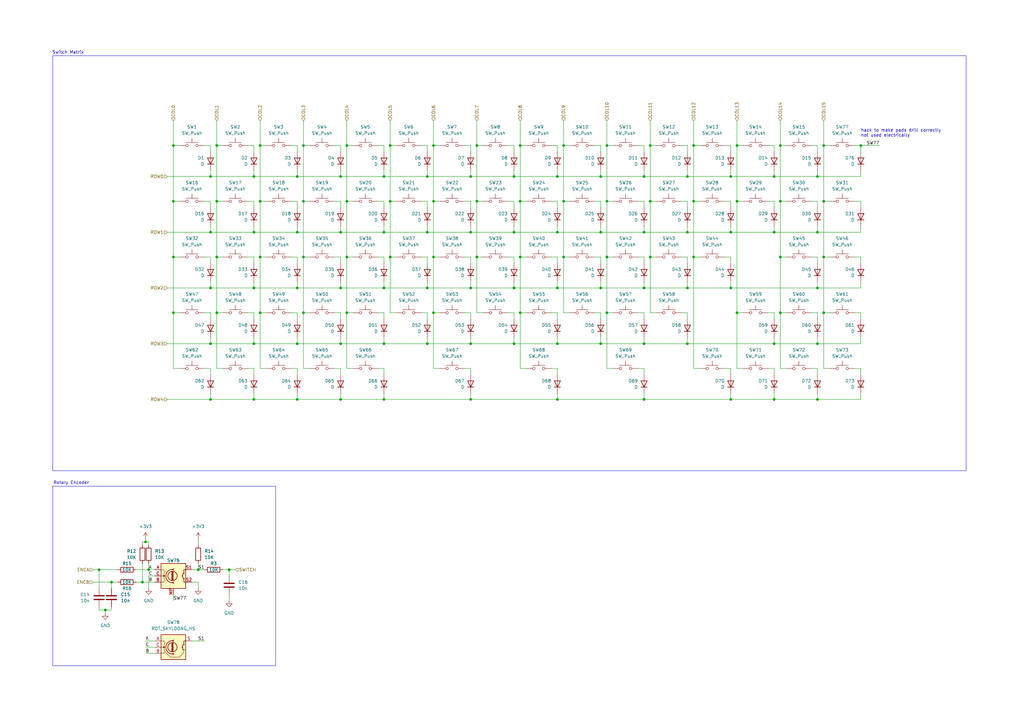
<source format=kicad_sch>
(kicad_sch (version 20231120) (generator "eeschema") (generator_version "8.0")
  (paper "A3")
  (junction (at 246.38 140.97))
  (junction (at 210.82 140.97))
  (junction (at 299.72 163.83))
  (junction (at 86.36 72.39))
  (junction (at 228.6 95.25))
  (junction (at 302.26 82.55))
  (junction (at 175.26 118.11))
  (junction (at 157.48 140.97))
  (junction (at 335.28 95.25))
  (junction (at 106.68 59.69))
  (junction (at 210.82 72.39))
  (junction (at 302.26 59.69))
  (junction (at 281.94 95.25))
  (junction (at 337.82 82.55))
  (junction (at 106.68 82.55))
  (junction (at 88.9 105.41))
  (junction (at 320.04 59.69))
  (junction (at 104.14 72.39))
  (junction (at 248.92 59.69))
  (junction (at 71.12 59.69))
  (junction (at 246.38 72.39))
  (junction (at 88.9 59.69))
  (junction (at 175.26 95.25))
  (junction (at 213.36 82.55))
  (junction (at 284.48 59.69))
  (junction (at 142.24 59.69))
  (junction (at 281.94 72.39))
  (junction (at 337.82 105.41))
  (junction (at 228.6 72.39))
  (junction (at 320.04 105.41))
  (junction (at 337.82 59.69))
  (junction (at 71.12 128.27))
  (junction (at 160.02 59.69))
  (junction (at 210.82 95.25))
  (junction (at 104.14 140.97))
  (junction (at 281.94 140.97))
  (junction (at 231.14 82.55))
  (junction (at 177.8 82.55))
  (junction (at 193.04 140.97))
  (junction (at 104.14 118.11))
  (junction (at 60.96 233.68))
  (junction (at 139.7 95.25))
  (junction (at 160.02 82.55))
  (junction (at 104.14 95.25))
  (junction (at 43.18 250.19))
  (junction (at 231.14 59.69))
  (junction (at 266.7 82.55))
  (junction (at 335.28 140.97))
  (junction (at 106.68 105.41))
  (junction (at 193.04 72.39))
  (junction (at 160.02 105.41))
  (junction (at 317.5 140.97))
  (junction (at 228.6 163.83))
  (junction (at 299.72 118.11))
  (junction (at 193.04 163.83))
  (junction (at 213.36 105.41))
  (junction (at 139.7 118.11))
  (junction (at 264.16 118.11))
  (junction (at 106.68 128.27))
  (junction (at 71.12 82.55))
  (junction (at 246.38 95.25))
  (junction (at 248.92 105.41))
  (junction (at 175.26 72.39))
  (junction (at 86.36 163.83))
  (junction (at 124.46 59.69))
  (junction (at 142.24 82.55))
  (junction (at 142.24 105.41))
  (junction (at 121.92 72.39))
  (junction (at 213.36 59.69))
  (junction (at 88.9 82.55))
  (junction (at 58.42 238.76))
  (junction (at 124.46 82.55))
  (junction (at 177.8 128.27))
  (junction (at 302.26 128.27))
  (junction (at 81.28 233.68))
  (junction (at 195.58 82.55))
  (junction (at 193.04 118.11))
  (junction (at 86.36 95.25))
  (junction (at 210.82 118.11))
  (junction (at 157.48 163.83))
  (junction (at 193.04 95.25))
  (junction (at 86.36 118.11))
  (junction (at 71.12 105.41))
  (junction (at 231.14 105.41))
  (junction (at 121.92 118.11))
  (junction (at 353.06 59.69))
  (junction (at 228.6 118.11))
  (junction (at 266.7 59.69))
  (junction (at 320.04 82.55))
  (junction (at 139.7 163.83))
  (junction (at 121.92 95.25))
  (junction (at 284.48 105.41))
  (junction (at 93.98 233.68))
  (junction (at 157.48 118.11))
  (junction (at 104.14 163.83))
  (junction (at 175.26 140.97))
  (junction (at 264.16 72.39))
  (junction (at 284.48 82.55))
  (junction (at 86.36 140.97))
  (junction (at 195.58 105.41))
  (junction (at 142.24 128.27))
  (junction (at 213.36 128.27))
  (junction (at 157.48 72.39))
  (junction (at 299.72 95.25))
  (junction (at 317.5 163.83))
  (junction (at 317.5 72.39))
  (junction (at 320.04 128.27))
  (junction (at 266.7 105.41))
  (junction (at 88.9 128.27))
  (junction (at 335.28 163.83))
  (junction (at 335.28 72.39))
  (junction (at 264.16 163.83))
  (junction (at 45.72 238.76))
  (junction (at 40.64 233.68))
  (junction (at 59.69 222.25))
  (junction (at 246.38 118.11))
  (junction (at 317.5 95.25))
  (junction (at 248.92 128.27))
  (junction (at 157.48 95.25))
  (junction (at 299.72 72.39))
  (junction (at 281.94 118.11))
  (junction (at 177.8 59.69))
  (junction (at 264.16 140.97))
  (junction (at 337.82 128.27))
  (junction (at 121.92 163.83))
  (junction (at 195.58 59.69))
  (junction (at 335.28 118.11))
  (junction (at 177.8 105.41))
  (junction (at 139.7 140.97))
  (junction (at 121.92 140.97))
  (junction (at 264.16 95.25))
  (junction (at 139.7 72.39))
  (junction (at 124.46 128.27))
  (junction (at 228.6 140.97))
  (junction (at 124.46 105.41))
  (junction (at 248.92 82.55))
  (wire (pts (xy 124.46 82.55) (xy 127 82.55)))
  (wire (pts (xy 279.4 82.55) (xy 281.94 82.55)))
  (wire (pts (xy 71.12 59.69) (xy 73.66 59.69)))
  (wire (pts (xy 71.12 128.27) (xy 71.12 151.13)))
  (wire (pts (xy 38.1 233.68) (xy 40.64 233.68)))
  (wire (pts (xy 157.48 95.25) (xy 175.26 95.25)))
  (wire (pts (xy 88.9 105.41) (xy 91.44 105.41)))
  (wire (pts (xy 86.36 140.97) (xy 86.36 138.43)))
  (wire (pts (xy 281.94 140.97) (xy 317.5 140.97)))
  (wire (pts (xy 177.8 82.55) (xy 180.34 82.55)))
  (wire (pts (xy 157.48 95.25) (xy 157.48 92.71)))
  (wire (pts (xy 175.26 118.11) (xy 175.26 115.57)))
  (wire (pts (xy 157.48 140.97) (xy 175.26 140.97)))
  (wire (pts (xy 228.6 95.25) (xy 228.6 92.71)))
  (wire (pts (xy 160.02 82.55) (xy 162.56 82.55)))
  (wire (pts (xy 55.88 233.68) (xy 60.96 233.68)))
  (wire (pts (xy 228.6 140.97) (xy 246.38 140.97)))
  (wire (pts (xy 157.48 151.13) (xy 157.48 153.67)))
  (wire (pts (xy 332.74 82.55) (xy 335.28 82.55)))
  (wire (pts (xy 281.94 82.55) (xy 281.94 85.09)))
  (wire (pts (xy 175.26 128.27) (xy 175.26 130.81)))
  (wire (pts (xy 137.16 151.13) (xy 139.7 151.13)))
  (wire (pts (xy 208.28 82.55) (xy 210.82 82.55)))
  (wire (pts (xy 139.7 151.13) (xy 139.7 153.67)))
  (wire (pts (xy 124.46 59.69) (xy 127 59.69)))
  (wire (pts (xy 86.36 151.13) (xy 86.36 153.67)))
  (wire (pts (xy 195.58 59.69) (xy 198.12 59.69)))
  (wire (pts (xy 139.7 72.39) (xy 157.48 72.39)))
  (wire (pts (xy 88.9 105.41) (xy 88.9 128.27)))
  (wire (pts (xy 264.16 140.97) (xy 264.16 138.43)))
  (wire (pts (xy 320.04 128.27) (xy 320.04 151.13)))
  (wire (pts (xy 177.8 128.27) (xy 180.34 128.27)))
  (wire (pts (xy 248.92 105.41) (xy 248.92 128.27)))
  (wire (pts (xy 101.6 59.69) (xy 104.14 59.69)))
  (wire (pts (xy 104.14 151.13) (xy 104.14 153.67)))
  (wire (pts (xy 104.14 72.39) (xy 121.92 72.39)))
  (wire (pts (xy 337.82 128.27) (xy 337.82 151.13)))
  (wire (pts (xy 320.04 82.55) (xy 320.04 105.41)))
  (wire (pts (xy 264.16 118.11) (xy 264.16 115.57)))
  (wire (pts (xy 213.36 128.27) (xy 213.36 151.13)))
  (wire (pts (xy 317.5 72.39) (xy 335.28 72.39)))
  (wire (pts (xy 332.74 128.27) (xy 335.28 128.27)))
  (wire (pts (xy 261.62 105.41) (xy 264.16 105.41)))
  (wire (pts (xy 314.96 59.69) (xy 317.5 59.69)))
  (wire (pts (xy 210.82 128.27) (xy 210.82 130.81)))
  (wire (pts (xy 81.28 233.68) (xy 83.82 233.68)))
  (wire (pts (xy 317.5 140.97) (xy 335.28 140.97)))
  (wire (pts (xy 175.26 140.97) (xy 175.26 138.43)))
  (wire (pts (xy 139.7 59.69) (xy 139.7 62.23)))
  (wire (pts (xy 337.82 82.55) (xy 340.36 82.55)))
  (wire (pts (xy 88.9 82.55) (xy 88.9 105.41)))
  (wire (pts (xy 284.48 82.55) (xy 284.48 105.41)))
  (wire (pts (xy 213.36 59.69) (xy 213.36 82.55)))
  (wire (pts (xy 248.92 151.13) (xy 251.46 151.13)))
  (wire (pts (xy 193.04 140.97) (xy 210.82 140.97)))
  (wire (pts (xy 281.94 128.27) (xy 281.94 130.81)))
  (wire (pts (xy 175.26 105.41) (xy 175.26 107.95)))
  (wire (pts (xy 266.7 59.69) (xy 269.24 59.69)))
  (wire (pts (xy 40.64 250.19) (xy 43.18 250.19)))
  (wire (pts (xy 58.42 222.25) (xy 58.42 223.52)))
  (wire (pts (xy 124.46 128.27) (xy 127 128.27)))
  (wire (pts (xy 299.72 72.39) (xy 299.72 69.85)))
  (wire (pts (xy 228.6 72.39) (xy 228.6 69.85)))
  (wire (pts (xy 335.28 140.97) (xy 335.28 138.43)))
  (wire (pts (xy 106.68 105.41) (xy 106.68 128.27)))
  (wire (pts (xy 91.44 233.68) (xy 93.98 233.68)))
  (wire (pts (xy 243.84 59.69) (xy 246.38 59.69)))
  (wire (pts (xy 261.62 59.69) (xy 264.16 59.69)))
  (wire (pts (xy 81.28 238.76) (xy 81.28 241.3)))
  (wire (pts (xy 231.14 82.55) (xy 233.68 82.55)))
  (wire (pts (xy 106.68 82.55) (xy 106.68 105.41)))
  (wire (pts (xy 210.82 140.97) (xy 228.6 140.97)))
  (wire (pts (xy 175.26 95.25) (xy 193.04 95.25)))
  (wire (pts (xy 40.64 233.68) (xy 48.26 233.68)))
  (wire (pts (xy 231.14 82.55) (xy 231.14 105.41)))
  (wire (pts (xy 332.74 105.41) (xy 335.28 105.41)))
  (wire (pts (xy 264.16 95.25) (xy 281.94 95.25)))
  (wire (pts (xy 121.92 82.55) (xy 121.92 85.09)))
  (wire (pts (xy 297.18 105.41) (xy 299.72 105.41)))
  (wire (pts (xy 246.38 140.97) (xy 264.16 140.97)))
  (wire (pts (xy 281.94 118.11) (xy 281.94 115.57)))
  (wire (pts (xy 83.82 59.69) (xy 86.36 59.69)))
  (wire (pts (xy 228.6 128.27) (xy 228.6 130.81)))
  (wire (pts (xy 104.14 95.25) (xy 104.14 92.71)))
  (wire (pts (xy 208.28 128.27) (xy 210.82 128.27)))
  (wire (pts (xy 59.69 222.25) (xy 60.96 222.25)))
  (wire (pts (xy 320.04 151.13) (xy 322.58 151.13)))
  (wire (pts (xy 175.26 59.69) (xy 175.26 62.23)))
  (wire (pts (xy 68.58 140.97) (xy 86.36 140.97)))
  (wire (pts (xy 59.69 267.97) (xy 63.5 267.97)))
  (wire (pts (xy 279.4 105.41) (xy 281.94 105.41)))
  (wire (pts (xy 299.72 163.83) (xy 317.5 163.83)))
  (wire (pts (xy 231.14 105.41) (xy 231.14 128.27)))
  (wire (pts (xy 193.04 128.27) (xy 193.04 130.81)))
  (wire (pts (xy 88.9 151.13) (xy 91.44 151.13)))
  (wire (pts (xy 228.6 118.11) (xy 246.38 118.11)))
  (wire (pts (xy 101.6 82.55) (xy 104.14 82.55)))
  (wire (pts (xy 190.5 151.13) (xy 193.04 151.13)))
  (wire (pts (xy 353.06 128.27) (xy 353.06 130.81)))
  (wire (pts (xy 43.18 250.19) (xy 45.72 250.19)))
  (wire (pts (xy 59.69 222.25) (xy 58.42 222.25)))
  (wire (pts (xy 139.7 163.83) (xy 139.7 161.29)))
  (wire (pts (xy 226.06 59.69) (xy 228.6 59.69)))
  (wire (pts (xy 299.72 105.41) (xy 299.72 107.95)))
  (wire (pts (xy 193.04 163.83) (xy 228.6 163.83)))
  (wire (pts (xy 157.48 140.97) (xy 157.48 138.43)))
  (wire (pts (xy 83.82 128.27) (xy 86.36 128.27)))
  (wire (pts (xy 121.92 118.11) (xy 121.92 115.57)))
  (wire (pts (xy 353.06 59.69) (xy 360.68 59.69)))
  (wire (pts (xy 121.92 128.27) (xy 121.92 130.81)))
  (wire (pts (xy 71.12 243.84) (xy 71.12 246.38)))
  (wire (pts (xy 210.82 105.41) (xy 210.82 107.95)))
  (wire (pts (xy 139.7 82.55) (xy 139.7 85.09)))
  (wire (pts (xy 104.14 163.83) (xy 121.92 163.83)))
  (wire (pts (xy 266.7 105.41) (xy 266.7 128.27)))
  (wire (pts (xy 228.6 118.11) (xy 228.6 115.57)))
  (wire (pts (xy 142.24 105.41) (xy 142.24 128.27)))
  (wire (pts (xy 228.6 140.97) (xy 228.6 138.43)))
  (wire (pts (xy 106.68 82.55) (xy 109.22 82.55)))
  (wire (pts (xy 284.48 105.41) (xy 284.48 151.13)))
  (wire (pts (xy 81.28 231.14) (xy 81.28 233.68)))
  (wire (pts (xy 284.48 59.69) (xy 287.02 59.69)))
  (wire (pts (xy 350.52 82.55) (xy 353.06 82.55)))
  (wire (pts (xy 71.12 82.55) (xy 71.12 105.41)))
  (wire (pts (xy 177.8 59.69) (xy 177.8 82.55)))
  (wire (pts (xy 78.74 238.76) (xy 81.28 238.76)))
  (wire (pts (xy 353.06 72.39) (xy 353.06 69.85)))
  (wire (pts (xy 320.04 105.41) (xy 322.58 105.41)))
  (wire (pts (xy 124.46 59.69) (xy 124.46 82.55)))
  (wire (pts (xy 337.82 105.41) (xy 340.36 105.41)))
  (wire (pts (xy 302.26 82.55) (xy 304.8 82.55)))
  (wire (pts (xy 281.94 140.97) (xy 281.94 138.43)))
  (wire (pts (xy 317.5 82.55) (xy 317.5 85.09)))
  (wire (pts (xy 320.04 82.55) (xy 322.58 82.55)))
  (wire (pts (xy 193.04 118.11) (xy 193.04 115.57)))
  (wire (pts (xy 314.96 151.13) (xy 317.5 151.13)))
  (wire (pts (xy 38.1 238.76) (xy 45.72 238.76)))
  (wire (pts (xy 58.42 238.76) (xy 63.5 238.76)))
  (wire (pts (xy 228.6 95.25) (xy 246.38 95.25)))
  (wire (pts (xy 86.36 128.27) (xy 86.36 130.81)))
  (wire (pts (xy 231.14 105.41) (xy 233.68 105.41)))
  (wire (pts (xy 246.38 140.97) (xy 246.38 138.43)))
  (wire (pts (xy 299.72 72.39) (xy 317.5 72.39)))
  (wire (pts (xy 124.46 105.41) (xy 124.46 128.27)))
  (wire (pts (xy 264.16 140.97) (xy 281.94 140.97)))
  (wire (pts (xy 88.9 49.53) (xy 88.9 59.69)))
  (wire (pts (xy 195.58 82.55) (xy 198.12 82.55)))
  (wire (pts (xy 264.16 163.83) (xy 264.16 161.29)))
  (wire (pts (xy 248.92 105.41) (xy 251.46 105.41)))
  (wire (pts (xy 48.26 238.76) (xy 45.72 238.76)))
  (wire (pts (xy 142.24 151.13) (xy 144.78 151.13)))
  (wire (pts (xy 320.04 59.69) (xy 322.58 59.69)))
  (wire (pts (xy 86.36 95.25) (xy 104.14 95.25)))
  (wire (pts (xy 124.46 82.55) (xy 124.46 105.41)))
  (wire (pts (xy 124.46 49.53) (xy 124.46 59.69)))
  (wire (pts (xy 68.58 118.11) (xy 86.36 118.11)))
  (wire (pts (xy 248.92 59.69) (xy 251.46 59.69)))
  (wire (pts (xy 193.04 59.69) (xy 193.04 62.23)))
  (wire (pts (xy 157.48 82.55) (xy 157.48 85.09)))
  (wire (pts (xy 190.5 82.55) (xy 193.04 82.55)))
  (wire (pts (xy 299.72 118.11) (xy 299.72 115.57)))
  (wire (pts (xy 302.26 128.27) (xy 302.26 151.13)))
  (wire (pts (xy 281.94 105.41) (xy 281.94 107.95)))
  (wire (pts (xy 40.64 248.92) (xy 40.64 250.19)))
  (wire (pts (xy 332.74 59.69) (xy 335.28 59.69)))
  (wire (pts (xy 248.92 128.27) (xy 251.46 128.27)))
  (wire (pts (xy 104.14 118.11) (xy 121.92 118.11)))
  (wire (pts (xy 193.04 72.39) (xy 193.04 69.85)))
  (wire (pts (xy 228.6 72.39) (xy 246.38 72.39)))
  (wire (pts (xy 213.36 82.55) (xy 215.9 82.55)))
  (wire (pts (xy 281.94 72.39) (xy 281.94 69.85)))
  (wire (pts (xy 243.84 82.55) (xy 246.38 82.55)))
  (wire (pts (xy 210.82 72.39) (xy 210.82 69.85)))
  (wire (pts (xy 106.68 128.27) (xy 106.68 151.13)))
  (wire (pts (xy 121.92 95.25) (xy 139.7 95.25)))
  (wire (pts (xy 317.5 128.27) (xy 317.5 130.81)))
  (wire (pts (xy 104.14 82.55) (xy 104.14 85.09)))
  (wire (pts (xy 137.16 105.41) (xy 139.7 105.41)))
  (wire (pts (xy 60.96 231.14) (xy 60.96 233.68)))
  (wire (pts (xy 264.16 105.41) (xy 264.16 107.95)))
  (wire (pts (xy 88.9 128.27) (xy 91.44 128.27)))
  (wire (pts (xy 246.38 59.69) (xy 246.38 62.23)))
  (wire (pts (xy 228.6 163.83) (xy 228.6 161.29)))
  (wire (pts (xy 335.28 163.83) (xy 353.06 163.83)))
  (wire (pts (xy 142.24 59.69) (xy 144.78 59.69)))
  (wire (pts (xy 248.92 82.55) (xy 248.92 105.41)))
  (wire (pts (xy 101.6 151.13) (xy 104.14 151.13)))
  (wire (pts (xy 353.06 95.25) (xy 353.06 92.71)))
  (wire (pts (xy 175.26 140.97) (xy 193.04 140.97)))
  (wire (pts (xy 302.26 59.69) (xy 302.26 82.55)))
  (wire (pts (xy 299.72 161.29) (xy 299.72 163.83)))
  (wire (pts (xy 335.28 59.69) (xy 335.28 62.23)))
  (wire (pts (xy 142.24 49.53) (xy 142.24 59.69)))
  (wire (pts (xy 177.8 59.69) (xy 180.34 59.69)))
  (wire (pts (xy 193.04 163.83) (xy 193.04 161.29)))
  (wire (pts (xy 71.12 151.13) (xy 73.66 151.13)))
  (wire (pts (xy 71.12 105.41) (xy 73.66 105.41)))
  (wire (pts (xy 337.82 151.13) (xy 340.36 151.13)))
  (wire (pts (xy 264.16 59.69) (xy 264.16 62.23)))
  (wire (pts (xy 350.52 151.13) (xy 353.06 151.13)))
  (wire (pts (xy 190.5 59.69) (xy 193.04 59.69)))
  (wire (pts (xy 71.12 105.41) (xy 71.12 128.27)))
  (wire (pts (xy 353.06 140.97) (xy 353.06 138.43)))
  (wire (pts (xy 88.9 59.69) (xy 91.44 59.69)))
  (wire (pts (xy 299.72 82.55) (xy 299.72 85.09)))
  (wire (pts (xy 337.82 82.55) (xy 337.82 105.41)))
  (wire (pts (xy 332.74 151.13) (xy 335.28 151.13)))
  (wire (pts (xy 335.28 95.25) (xy 353.06 95.25)))
  (wire (pts (xy 302.26 128.27) (xy 304.8 128.27)))
  (wire (pts (xy 83.82 151.13) (xy 86.36 151.13)))
  (wire (pts (xy 40.64 241.3) (xy 40.64 233.68)))
  (wire (pts (xy 299.72 59.69) (xy 299.72 62.23)))
  (wire (pts (xy 104.14 69.85) (xy 104.14 72.39)))
  (wire (pts (xy 228.6 163.83) (xy 264.16 163.83)))
  (wire (pts (xy 124.46 151.13) (xy 127 151.13)))
  (wire (pts (xy 195.58 128.27) (xy 198.12 128.27)))
  (wire (pts (xy 210.82 95.25) (xy 210.82 92.71)))
  (wire (pts (xy 172.72 105.41) (xy 175.26 105.41)))
  (wire (pts (xy 142.24 59.69) (xy 142.24 82.55)))
  (wire (pts (xy 177.8 105.41) (xy 180.34 105.41)))
  (wire (pts (xy 86.36 118.11) (xy 86.36 115.57)))
  (wire (pts (xy 86.36 82.55) (xy 86.36 85.09)))
  (wire (pts (xy 317.5 140.97) (xy 317.5 138.43)))
  (wire (pts (xy 160.02 105.41) (xy 162.56 105.41)))
  (wire (pts (xy 119.38 59.69) (xy 121.92 59.69)))
  (wire (pts (xy 177.8 105.41) (xy 177.8 128.27)))
  (wire (pts (xy 231.14 59.69) (xy 233.68 59.69)))
  (wire (pts (xy 193.04 105.41) (xy 193.04 107.95)))
  (wire (pts (xy 45.72 250.19) (xy 45.72 248.92)))
  (wire (pts (xy 210.82 140.97) (xy 210.82 138.43)))
  (wire (pts (xy 320.04 49.53) (xy 320.04 59.69)))
  (wire (pts (xy 172.72 82.55) (xy 175.26 82.55)))
  (wire (pts (xy 297.18 59.69) (xy 299.72 59.69)))
  (wire (pts (xy 335.28 118.11) (xy 353.06 118.11)))
  (wire (pts (xy 302.26 59.69) (xy 304.8 59.69)))
  (wire (pts (xy 248.92 59.69) (xy 248.92 82.55)))
  (wire (pts (xy 190.5 105.41) (xy 193.04 105.41)))
  (wire (pts (xy 226.06 151.13) (xy 228.6 151.13)))
  (wire (pts (xy 284.48 49.53) (xy 284.48 59.69)))
  (wire (pts (xy 124.46 128.27) (xy 124.46 151.13)))
  (wire (pts (xy 83.82 105.41) (xy 86.36 105.41)))
  (wire (pts (xy 139.7 140.97) (xy 139.7 138.43)))
  (wire (pts (xy 213.36 59.69) (xy 215.9 59.69)))
  (wire (pts (xy 121.92 118.11) (xy 139.7 118.11)))
  (wire (pts (xy 68.58 72.39) (xy 86.36 72.39)))
  (wire (pts (xy 213.36 49.53) (xy 213.36 59.69)))
  (wire (pts (xy 60.96 233.68) (xy 63.5 233.68)))
  (wire (pts (xy 190.5 128.27) (xy 193.04 128.27)))
  (wire (pts (xy 71.12 49.53) (xy 71.12 59.69)))
  (wire (pts (xy 121.92 72.39) (xy 139.7 72.39)))
  (wire (pts (xy 353.06 82.55) (xy 353.06 85.09)))
  (wire (pts (xy 317.5 163.83) (xy 335.28 163.83)))
  (wire (pts (xy 248.92 128.27) (xy 248.92 151.13)))
  (wire (pts (xy 86.36 163.83) (xy 86.36 161.29)))
  (wire (pts (xy 337.82 59.69) (xy 340.36 59.69)))
  (wire (pts (xy 264.16 163.83) (xy 299.72 163.83)))
  (wire (pts (xy 157.48 72.39) (xy 157.48 69.85)))
  (wire (pts (xy 88.9 82.55) (xy 91.44 82.55)))
  (wire (pts (xy 121.92 105.41) (xy 121.92 107.95)))
  (wire (pts (xy 266.7 128.27) (xy 269.24 128.27)))
  (wire (pts (xy 195.58 82.55) (xy 195.58 105.41)))
  (wire (pts (xy 281.94 59.69) (xy 281.94 62.23)))
  (wire (pts (xy 264.16 82.55) (xy 264.16 85.09)))
  (wire (pts (xy 86.36 163.83) (xy 104.14 163.83)))
  (wire (pts (xy 264.16 128.27) (xy 264.16 130.81)))
  (wire (pts (xy 195.58 59.69) (xy 195.58 82.55)))
  (wire (pts (xy 317.5 95.25) (xy 335.28 95.25)))
  (wire (pts (xy 299.72 95.25) (xy 299.72 92.71)))
  (wire (pts (xy 139.7 140.97) (xy 157.48 140.97)))
  (wire (pts (xy 284.48 59.69) (xy 284.48 82.55)))
  (wire (pts (xy 121.92 72.39) (xy 121.92 69.85)))
  (wire (pts (xy 193.04 151.13) (xy 193.04 153.67)))
  (wire (pts (xy 157.48 163.83) (xy 157.48 161.29)))
  (wire (pts (xy 231.14 59.69) (xy 231.14 82.55)))
  (wire (pts (xy 175.26 118.11) (xy 193.04 118.11)))
  (wire (pts (xy 195.58 105.41) (xy 195.58 128.27)))
  (wire (pts (xy 210.82 118.11) (xy 228.6 118.11)))
  (wire (pts (xy 302.26 82.55) (xy 302.26 128.27)))
  (wire (pts (xy 139.7 128.27) (xy 139.7 130.81)))
  (wire (pts (xy 137.16 82.55) (xy 139.7 82.55)))
  (wire (pts (xy 266.7 82.55) (xy 266.7 105.41)))
  (wire (pts (xy 248.92 82.55) (xy 251.46 82.55)))
  (wire (pts (xy 299.72 118.11) (xy 335.28 118.11)))
  (wire (pts (xy 60.96 222.25) (xy 60.96 223.52)))
  (wire (pts (xy 210.82 59.69) (xy 210.82 62.23)))
  (wire (pts (xy 193.04 82.55) (xy 193.04 85.09)))
  (wire (pts (xy 81.28 233.68) (xy 78.74 233.68)))
  (wire (pts (xy 121.92 140.97) (xy 139.7 140.97)))
  (wire (pts (xy 139.7 95.25) (xy 139.7 92.71)))
  (wire (pts (xy 124.46 105.41) (xy 127 105.41)))
  (wire (pts (xy 337.82 49.53) (xy 337.82 59.69)))
  (wire (pts (xy 317.5 72.39) (xy 317.5 69.85)))
  (wire (pts (xy 86.36 105.41) (xy 86.36 107.95)))
  (wire (pts (xy 121.92 151.13) (xy 121.92 153.67)))
  (wire (pts (xy 261.62 128.27) (xy 264.16 128.27)))
  (wire (pts (xy 139.7 72.39) (xy 139.7 69.85)))
  (wire (pts (xy 297.18 151.13) (xy 299.72 151.13)))
  (wire (pts (xy 60.96 236.22) (xy 60.96 241.3)))
  (wire (pts (xy 177.8 128.27) (xy 177.8 151.13)))
  (wire (pts (xy 337.82 105.41) (xy 337.82 128.27)))
  (wire (pts (xy 350.52 105.41) (xy 353.06 105.41)))
  (wire (pts (xy 210.82 72.39) (xy 228.6 72.39)))
  (wire (pts (xy 335.28 128.27) (xy 335.28 130.81)))
  (wire (pts (xy 335.28 151.13) (xy 335.28 153.67)))
  (wire (pts (xy 320.04 128.27) (xy 322.58 128.27)))
  (wire (pts (xy 213.36 151.13) (xy 215.9 151.13)))
  (wire (pts (xy 139.7 95.25) (xy 157.48 95.25)))
  (wire (pts (xy 68.58 95.25) (xy 86.36 95.25)))
  (wire (pts (xy 121.92 95.25) (xy 121.92 92.71)))
  (wire (pts (xy 228.6 59.69) (xy 228.6 62.23)))
  (wire (pts (xy 213.36 105.41) (xy 213.36 128.27)))
  (wire (pts (xy 335.28 118.11) (xy 335.28 115.57)))
  (wire (pts (xy 279.4 128.27) (xy 281.94 128.27)))
  (wire (pts (xy 142.24 82.55) (xy 144.78 82.55)))
  (wire (pts (xy 228.6 82.55) (xy 228.6 85.09)))
  (wire (pts (xy 195.58 105.41) (xy 198.12 105.41)))
  (wire (pts (xy 157.48 128.27) (xy 157.48 130.81)))
  (wire (pts (xy 335.28 95.25) (xy 335.28 92.71)))
  (wire (pts (xy 231.14 128.27) (xy 233.68 128.27)))
  (wire (pts (xy 208.28 59.69) (xy 210.82 59.69)))
  (wire (pts (xy 160.02 59.69) (xy 162.56 59.69)))
  (wire (pts (xy 55.88 238.76) (xy 58.42 238.76)))
  (wire (pts (xy 175.26 72.39) (xy 175.26 69.85)))
  (wire (pts (xy 350.52 59.69) (xy 353.06 59.69)))
  (wire (pts (xy 246.38 72.39) (xy 246.38 69.85)))
  (wire (pts (xy 175.26 95.25) (xy 175.26 92.71)))
  (wire (pts (xy 246.38 95.25) (xy 264.16 95.25)))
  (wire (pts (xy 86.36 95.25) (xy 86.36 92.71)))
  (wire (pts (xy 266.7 59.69) (xy 266.7 82.55)))
  (wire (pts (xy 243.84 105.41) (xy 246.38 105.41)))
  (wire (pts (xy 335.28 163.83) (xy 335.28 161.29)))
  (wire (pts (xy 160.02 128.27) (xy 162.56 128.27)))
  (wire (pts (xy 101.6 128.27) (xy 104.14 128.27)))
  (wire (pts (xy 353.06 59.69) (xy 353.06 62.23)))
  (wire (pts (xy 104.14 118.11) (xy 104.14 115.57)))
  (wire (pts (xy 160.02 82.55) (xy 160.02 105.41)))
  (wire (pts (xy 45.72 238.76) (xy 45.72 241.3)))
  (wire (pts (xy 154.94 59.69) (xy 157.48 59.69)))
  (wire (pts (xy 43.18 250.19) (xy 43.18 251.46)))
  (wire (pts (xy 243.84 128.27) (xy 246.38 128.27)))
  (wire (pts (xy 81.28 220.98) (xy 81.28 223.52)))
  (wire (pts (xy 231.14 49.53) (xy 231.14 59.69)))
  (wire (pts (xy 284.48 82.55) (xy 287.02 82.55)))
  (wire (pts (xy 177.8 151.13) (xy 180.34 151.13)))
  (wire (pts (xy 119.38 128.27) (xy 121.92 128.27)))
  (wire (pts (xy 78.74 262.89) (xy 83.82 262.89)))
  (wire (pts (xy 353.06 151.13) (xy 353.06 153.67)))
  (wire (pts (xy 228.6 151.13) (xy 228.6 153.67)))
  (wire (pts (xy 335.28 72.39) (xy 335.28 69.85)))
  (wire (pts (xy 246.38 95.25) (xy 246.38 92.71)))
  (wire (pts (xy 337.82 128.27) (xy 340.36 128.27)))
  (wire (pts (xy 193.04 118.11) (xy 210.82 118.11)))
  (wire (pts (xy 226.06 128.27) (xy 228.6 128.27)))
  (wire (pts (xy 248.92 49.53) (xy 248.92 59.69)))
  (wire (pts (xy 317.5 95.25) (xy 317.5 92.71)))
  (wire (pts (xy 142.24 128.27) (xy 144.78 128.27)))
  (wire (pts (xy 88.9 59.69) (xy 88.9 82.55)))
  (wire (pts (xy 86.36 118.11) (xy 104.14 118.11)))
  (wire (pts (xy 246.38 72.39) (xy 264.16 72.39)))
  (wire (pts (xy 104.14 95.25) (xy 121.92 95.25)))
  (wire (pts (xy 246.38 82.55) (xy 246.38 85.09)))
  (wire (pts (xy 157.48 105.41) (xy 157.48 107.95)))
  (wire (pts (xy 246.38 118.11) (xy 264.16 118.11)))
  (wire (pts (xy 157.48 72.39) (xy 175.26 72.39)))
  (wire (pts (xy 177.8 49.53) (xy 177.8 59.69)))
  (wire (pts (xy 210.82 82.55) (xy 210.82 85.09)))
  (wire (pts (xy 317.5 59.69) (xy 317.5 62.23)))
  (wire (pts (xy 266.7 105.41) (xy 269.24 105.41)))
  (wire (pts (xy 246.38 118.11) (xy 246.38 115.57)))
  (wire (pts (xy 142.24 82.55) (xy 142.24 105.41)))
  (wire (pts (xy 59.69 220.98) (xy 59.69 222.25)))
  (wire (pts (xy 281.94 95.25) (xy 299.72 95.25)))
  (wire (pts (xy 264.16 95.25) (xy 264.16 92.71)))
  (wire (pts (xy 284.48 105.41) (xy 287.02 105.41)))
  (wire (pts (xy 264.16 72.39) (xy 281.94 72.39)))
  (wire (pts (xy 86.36 140.97) (xy 104.14 140.97)))
  (wire (pts (xy 314.96 82.55) (xy 317.5 82.55)))
  (wire (pts (xy 193.04 72.39) (xy 210.82 72.39)))
  (wire (pts (xy 264.16 151.13) (xy 264.16 153.67)))
  (wire (pts (xy 86.36 72.39) (xy 86.36 69.85)))
  (wire (pts (xy 104.14 140.97) (xy 121.92 140.97)))
  (wire (pts (xy 320.04 59.69) (xy 320.04 82.55)))
  (wire (pts (xy 139.7 105.41) (xy 139.7 107.95)))
  (wire (pts (xy 266.7 82.55) (xy 269.24 82.55)))
  (wire (pts (xy 175.26 72.39) (xy 193.04 72.39)))
  (wire (pts (xy 302.26 49.53) (xy 302.26 59.69)))
  (wire (pts (xy 154.94 151.13) (xy 157.48 151.13)))
  (wire (pts (xy 193.04 95.25) (xy 210.82 95.25)))
  (wire (pts (xy 261.62 82.55) (xy 264.16 82.55)))
  (wire (pts (xy 208.28 105.41) (xy 210.82 105.41)))
  (wire (pts (xy 106.68 59.69) (xy 106.68 82.55)))
  (wire (pts (xy 195.58 49.53) (xy 195.58 59.69)))
  (wire (pts (xy 297.18 82.55) (xy 299.72 82.55)))
  (wire (pts (xy 121.92 163.83) (xy 139.7 163.83)))
  (wire (pts (xy 137.16 59.69) (xy 139.7 59.69)))
  (wire (pts (xy 353.06 118.11) (xy 353.06 115.57)))
  (wire (pts (xy 106.68 49.53) (xy 106.68 59.69)))
  (wire (pts (xy 86.36 59.69) (xy 86.36 62.23)))
  (wire (pts (xy 139.7 118.11) (xy 139.7 115.57)))
  (wire (pts (xy 139.7 163.83) (xy 157.48 163.83)))
  (wire (pts (xy 210.82 118.11) (xy 210.82 115.57)))
  (wire (pts (xy 193.04 140.97) (xy 193.04 138.43)))
  (wire (pts (xy 281.94 118.11) (xy 299.72 118.11)))
  (wire (pts (xy 213.36 105.41) (xy 215.9 105.41)))
  (wire (pts (xy 160.02 49.53) (xy 160.02 59.69)))
  (wire (pts (xy 281.94 72.39) (xy 299.72 72.39)))
  (wire (pts (xy 353.06 105.41) (xy 353.06 107.95)))
  (wire (pts (xy 93.98 243.84) (xy 93.98 246.38)))
  (wire (pts (xy 137.16 128.27) (xy 139.7 128.27)))
  (wire (pts (xy 101.6 105.41) (xy 104.14 105.41)))
  (wire (pts (xy 279.4 59.69) (xy 281.94 59.69)))
  (wire (pts (xy 106.68 128.27) (xy 109.22 128.27)))
  (wire (pts (xy 246.38 128.27) (xy 246.38 130.81)))
  (wire (pts (xy 106.68 59.69) (xy 109.22 59.69)))
  (wire (pts (xy 299.72 151.13) (xy 299.72 153.67)))
  (wire (pts (xy 281.94 95.25) (xy 281.94 92.71)))
  (wire (pts (xy 121.92 140.97) (xy 121.92 138.43)))
  (wire (pts (xy 71.12 82.55) (xy 73.66 82.55)))
  (wire (pts (xy 71.12 59.69) (xy 71.12 82.55)))
  (wire (pts (xy 154.94 128.27) (xy 157.48 128.27)))
  (wire (pts (xy 71.12 128.27) (xy 73.66 128.27)))
  (wire (pts (xy 172.72 59.69) (xy 175.26 59.69)))
  (wire (pts (xy 59.69 265.43) (xy 63.5 265.43)))
  (wire (pts (xy 335.28 105.41) (xy 335.28 107.95)))
  (wire (pts (xy 172.72 128.27) (xy 175.26 128.27)))
  (wire (pts (xy 63.5 236.22) (xy 60.96 236.22)))
  (wire (pts (xy 350.52 128.27) (xy 353.06 128.27)))
  (wire (pts (xy 261.62 151.13) (xy 264.16 151.13)))
  (wire (pts (xy 264.16 118.11) (xy 281.94 118.11)))
  (wire (pts (xy 264.16 72.39) (xy 264.16 69.85)))
  (wire (pts (xy 106.68 105.41) (xy 109.22 105.41)))
  (wire (pts (xy 314.96 128.27) (xy 317.5 128.27)))
  (wire (pts (xy 157.48 59.69) (xy 157.48 62.23)))
  (wire (pts (xy 266.7 49.53) (xy 266.7 59.69)))
  (wire (pts (xy 119.38 151.13) (xy 121.92 151.13)))
  (wire (pts (xy 157.48 163.83) (xy 193.04 163.83)))
  (wire (pts (xy 226.06 82.55) (xy 228.6 82.55)))
  (wire (pts (xy 104.14 59.69) (xy 104.14 62.23)))
  (wire (pts (xy 58.42 231.14) (xy 58.42 238.76)))
  (wire (pts (xy 142.24 128.27) (xy 142.24 151.13)))
  (wire (pts (xy 93.98 233.68) (xy 96.52 233.68)))
  (wire (pts (xy 246.38 105.41) (xy 246.38 107.95)))
  (wire (pts (xy 93.98 233.68) (xy 93.98 236.22)))
  (wire (pts (xy 335.28 82.55) (xy 335.28 85.09)))
  (wire (pts (xy 213.36 128.27) (xy 215.9 128.27)))
  (wire (pts (xy 121.92 163.83) (xy 121.92 161.29)))
  (wire (pts (xy 106.68 151.13) (xy 109.22 151.13)))
  (wire (pts (xy 226.06 105.41) (xy 228.6 105.41)))
  (wire (pts (xy 160.02 105.41) (xy 160.02 128.27)))
  (wire (pts (xy 86.36 72.39) (xy 104.14 72.39)))
  (wire (pts (xy 193.04 95.25) (xy 193.04 92.71)))
  (wire (pts (xy 68.58 163.83) (xy 86.36 163.83)))
  (wire (pts (xy 299.72 95.25) (xy 317.5 95.25)))
  (wire (pts (xy 175.26 82.55) (xy 175.26 85.09)))
  (wire (pts (xy 213.36 82.55) (xy 213.36 105.41)))
  (wire (pts (xy 121.92 59.69) (xy 121.92 62.23)))
  (wire (pts (xy 353.06 163.83) (xy 353.06 161.29)))
  (wire (pts (xy 142.24 105.41) (xy 144.78 105.41)))
  (wire (pts (xy 284.48 151.13) (xy 287.02 151.13)))
  (wire (pts (xy 59.69 262.89) (xy 63.5 262.89)))
  (wire (pts (xy 154.94 82.55) (xy 157.48 82.55)))
  (wire (pts (xy 302.26 151.13) (xy 304.8 151.13)))
  (wire (pts (xy 337.82 59.69) (xy 337.82 82.55)))
  (wire (pts (xy 139.7 118.11) (xy 157.48 118.11)))
  (wire (pts (xy 157.48 118.11) (xy 175.26 118.11)))
  (wire (pts (xy 160.02 59.69) (xy 160.02 82.55)))
  (wire (pts (xy 320.04 105.41) (xy 320.04 128.27)))
  (wire (pts (xy 317.5 163.83) (xy 317.5 161.29)))
  (wire (pts (xy 104.14 105.41) (xy 104.14 107.95)))
  (wire (pts (xy 177.8 82.55) (xy 177.8 105.41)))
  (wire (pts (xy 154.94 105.41) (xy 157.48 105.41)))
  (wire (pts (xy 119.38 105.41) (xy 121.92 105.41)))
  (wire (pts (xy 157.48 118.11) (xy 157.48 115.57)))
  (wire (pts (xy 104.14 163.83) (xy 104.14 161.29)))
  (wire (pts (xy 119.38 82.55) (xy 121.92 82.55)))
  (wire (pts (xy 335.28 72.39) (xy 353.06 72.39)))
  (wire (pts (xy 104.14 140.97) (xy 104.14 138.43)))
  (wire (pts (xy 104.14 128.27) (xy 104.14 130.81)))
  (wire (pts (xy 210.82 95.25) (xy 228.6 95.25)))
  (wire (pts (xy 317.5 151.13) (xy 317.5 153.67)))
  (wire (pts (xy 88.9 128.27) (xy 88.9 151.13)))
  (wire (pts (xy 335.28 140.97) (xy 353.06 140.97)))
  (wire (pts (xy 228.6 105.41) (xy 228.6 107.95)))
  (wire (pts (xy 83.82 82.55) (xy 86.36 82.55)))
  (rectangle (start 21.59 199.39) (end 113.03 273.05))
  (rectangle (start 21.59 22.86) (end 396.24 193.04))
  (text "Switch Matrix" (at 27.94 21.59 0) (effects (font (size 1.27 1.27))))
  (text "hack to make pads drill correctly\nnot used electrically" (at 353.06 54.61 0) (effects (font (size 1.27 1.27)) (justify left)))
  (text "Rotary Encoder" (at 29.21 198.12 0) (effects (font (size 1.27 1.27))))
  (label "S1" (at 83.82 262.89 180))
  (label "B" (at 59.69 267.97 0))
  (label "B" (at 60.96 238.76 0))
  (label "S1" (at 81.28 233.68 0))
  (label "A" (at 60.96 233.68 0))
  (label "SW77" (at 71.12 246.38 0))
  (label "C" (at 60.96 236.22 0))
  (label "A" (at 59.69 262.89 0))
  (label "SW77" (at 360.68 59.69 180))
  (label "C" (at 59.69 265.43 0))
  (hierarchical_label "ROW0" (shape input) (at 68.58 72.39 180))
  (hierarchical_label "COL10" (shape input) (at 248.92 49.53 90))
  (hierarchical_label "ROW4" (shape input) (at 68.58 163.83 180))
  (hierarchical_label "COL11" (shape input) (at 266.7 49.53 90))
  (hierarchical_label "COL0" (shape input) (at 71.12 49.53 90))
  (hierarchical_label "COL4" (shape input) (at 142.24 49.53 90))
  (hierarchical_label "COL1" (shape input) (at 88.9 49.53 90))
  (hierarchical_label "SWITCH" (shape input) (at 96.52 233.68 0))
  (hierarchical_label "ROW2" (shape input) (at 68.58 118.11 180))
  (hierarchical_label "ROW3" (shape input) (at 68.58 140.97 180))
  (hierarchical_label "COL2" (shape input) (at 106.68 49.53 90))
  (hierarchical_label "ENCA" (shape input) (at 38.1 233.68 180))
  (hierarchical_label "ROW1" (shape input) (at 68.58 95.25 180))
  (hierarchical_label "COL9" (shape input) (at 231.14 49.53 90))
  (hierarchical_label "COL12" (shape input) (at 284.48 49.53 90))
  (hierarchical_label "COL5" (shape input) (at 160.02 49.53 90))
  (hierarchical_label "ENCB" (shape input) (at 38.1 238.76 180))
  (hierarchical_label "COL3" (shape input) (at 124.46 49.53 90))
  (hierarchical_label "COL8" (shape input) (at 213.36 49.53 90))
  (hierarchical_label "COL13" (shape input) (at 302.26 49.53 90))
  (hierarchical_label "COL15" (shape input) (at 337.82 49.53 90))
  (hierarchical_label "COL7" (shape input) (at 195.58 49.53 90))
  (hierarchical_label "COL14" (shape input) (at 320.04 49.53 90))
  (hierarchical_label "COL6" (shape input) (at 177.8 49.53 90))
  (symbol (lib_id "Switch:SW_Push") (at 78.74 105.41 0) (unit 1)
    (property "Reference" "SW32" (at 78.74 97.79 0))
    (property "Value" "SW_Push" (at 78.74 100.33 0))
    (property "Footprint" "PCM_marbastlib-mx:SW_MX_1u" (effects (hide yes)))
    (property "Description" "Push button switch, generic, two pins" (effects (hide yes)))
  )
  (symbol (lib_id "Switch:SW_Push") (at 345.44 59.69 0) (unit 1)
    (property "Reference" "SW77" (at 345.44 52.07 0))
    (property "Value" "SW_Push" (at 345.44 54.61 0))
    (property "Footprint" "PCM_marbastlib-mx:SW_MX_1u" (effects (hide yes)))
    (property "Description" "Push button switch, generic, two pins" (effects (hide yes)))
  )
  (symbol (lib_id "Device:D") (at 86.36 157.48 270) (mirror x) (unit 1)
    (property "Reference" "D62" (at 83.82 156.2099 90) (effects (justify right)))
    (property "Value" "D" (at 83.82 158.7499 90) (effects (justify right)))
    (property "Footprint" "Diode_SMD:D_SOD-123" (effects (hide yes)))
    (property "Description" "Diode" (effects (hide yes)))
    (property "Sim.Device" "D" (effects (hide yes)))
    (property "Sim.Pins" "1=K 2=A" (effects (hide yes)))
  )
  (symbol (lib_id "Device:D") (at 193.04 111.76 270) (mirror x) (unit 1)
    (property "Reference" "D38" (at 190.5 110.4899 90) (effects (justify right)))
    (property "Value" "D" (at 190.5 113.0299 90) (effects (justify right)))
    (property "Footprint" "Diode_SMD:D_SOD-123" (effects (hide yes)))
    (property "Description" "Diode" (effects (hide yes)))
    (property "Sim.Device" "D" (effects (hide yes)))
    (property "Sim.Pins" "1=K 2=A" (effects (hide yes)))
  )
  (symbol (lib_id "Device:D") (at 299.72 111.76 270) (mirror x) (unit 1)
    (property "Reference" "D44" (at 297.18 110.4899 90) (effects (justify right)))
    (property "Value" "D" (at 297.18 113.0299 90) (effects (justify right)))
    (property "Footprint" "Diode_SMD:D_SOD-123" (effects (hide yes)))
    (property "Description" "Diode" (effects (hide yes)))
    (property "Sim.Device" "D" (effects (hide yes)))
    (property "Sim.Pins" "1=K 2=A" (effects (hide yes)))
  )
  (symbol (lib_id "Device:D") (at 353.06 134.62 270) (mirror x) (unit 1)
    (property "Reference" "D61" (at 350.52 133.35 90) (effects (justify right)))
    (property "Value" "D" (at 350.52 135.89 90) (effects (justify right)))
    (property "Footprint" "Diode_SMD:D_SOD-123" (effects (hide yes)))
    (property "Description" "Diode" (effects (hide yes)))
    (property "Sim.Device" "D" (effects (hide yes)))
    (property "Sim.Pins" "1=K 2=A" (effects (hide yes)))
  )
  (symbol (lib_id "Device:C") (at 45.72 245.11 0) (mirror y) (unit 1)
    (property "Reference" "C15" (at 49.53 243.8399 0) (effects (justify right)))
    (property "Value" "10n" (at 49.53 246.3799 0) (effects (justify right)))
    (property "Footprint" "Capacitor_SMD:C_0603_1608Metric" (effects (hide yes)))
    (property "Description" "Unpolarized capacitor" (effects (hide yes)))
    (property "LCSC" "C466231" (effects (hide yes)))
  )
  (symbol (lib_id "Switch:SW_Push") (at 345.44 128.27 0) (unit 1)
    (property "Reference" "SW61" (at 345.44 120.65 0))
    (property "Value" "SW_Push" (at 345.44 123.19 0))
    (property "Footprint" "PCM_marbastlib-mx:SW_MX_1u" (effects (hide yes)))
    (property "Description" "Push button switch, generic, two pins" (effects (hide yes)))
  )
  (symbol (lib_id "Switch:SW_Push") (at 114.3 151.13 0) (unit 1) (in_bom no)
    (property "Reference" "SW64" (at 114.3 143.51 0))
    (property "Value" "SW_Push" (at 114.3 146.05 0))
    (property "Footprint" "PCM_marbastlib-mx:SW_MX_1.25u" (effects (hide yes)))
    (property "Description" "Push button switch, generic, two pins" (effects (hide yes)))
  )
  (symbol (lib_id "Device:D") (at 317.5 134.62 270) (mirror x) (unit 1)
    (property "Reference" "D59" (at 314.96 133.3499 90) (effects (justify right)))
    (property "Value" "D" (at 314.96 135.8899 90) (effects (justify right)))
    (property "Footprint" "Diode_SMD:D_SOD-123" (effects (hide yes)))
    (property "Description" "Diode" (effects (hide yes)))
    (property "Sim.Device" "D" (effects (hide yes)))
    (property "Sim.Pins" "1=K 2=A" (effects (hide yes)))
  )
  (symbol (lib_id "Device:D") (at 86.36 88.9 270) (mirror x) (unit 1)
    (property "Reference" "D16" (at 83.82 87.6299 90) (effects (justify right)))
    (property "Value" "D" (at 83.82 90.1699 90) (effects (justify right)))
    (property "Footprint" "Diode_SMD:D_SOD-123" (effects (hide yes)))
    (property "Description" "Diode" (effects (hide yes)))
    (property "Sim.Device" "D" (effects (hide yes)))
    (property "Sim.Pins" "1=K 2=A" (effects (hide yes)))
  )
  (symbol (lib_id "Device:R") (at 60.96 227.33 0) (unit 1)
    (property "Reference" "R13" (at 63.5 226.0599 0) (effects (justify left)))
    (property "Value" "10K" (at 63.5 228.5999 0) (effects (justify left)))
    (property "Footprint" "Resistor_SMD:R_0603_1608Metric" (effects (hide yes)))
    (property "Description" "Resistor" (effects (hide yes)))
  )
  (symbol (lib_id "Device:D") (at 139.7 66.04 270) (mirror x) (unit 1)
    (property "Reference" "D4" (at 137.16 64.7699 90) (effects (justify right)))
    (property "Value" "D" (at 137.16 67.3099 90) (effects (justify right)))
    (property "Footprint" "Diode_SMD:D_SOD-123" (effects (hide yes)))
    (property "Description" "Diode" (effects (hide yes)))
    (property "Sim.Device" "D" (effects (hide yes)))
    (property "Sim.Pins" "1=K 2=A" (effects (hide yes)))
  )
  (symbol (lib_id "Device:D") (at 175.26 134.62 270) (mirror x) (unit 1)
    (property "Reference" "D52" (at 172.72 133.3499 90) (effects (justify right)))
    (property "Value" "D" (at 172.72 135.8899 90) (effects (justify right)))
    (property "Footprint" "Diode_SMD:D_SOD-123" (effects (hide yes)))
    (property "Description" "Diode" (effects (hide yes)))
    (property "Sim.Device" "D" (effects (hide yes)))
    (property "Sim.Pins" "1=K 2=A" (effects (hide yes)))
  )
  (symbol (lib_id "Switch:SW_Push") (at 132.08 105.41 0) (unit 1)
    (property "Reference" "SW35" (at 132.08 97.79 0))
    (property "Value" "SW_Push" (at 132.08 100.33 0))
    (property "Footprint" "PCM_marbastlib-mx:SW_MX_1u" (effects (hide yes)))
    (property "Description" "Push button switch, generic, two pins" (effects (hide yes)))
  )
  (symbol (lib_id "Switch:SW_Push") (at 114.3 59.69 0) (unit 1)
    (property "Reference" "SW3" (at 114.3 52.07 0))
    (property "Value" "SW_Push" (at 114.3 54.61 0))
    (property "Footprint" "PCM_marbastlib-mx:SW_MX_1u" (effects (hide yes)))
    (property "Description" "Push button switch, generic, two pins" (effects (hide yes)))
  )
  (symbol (lib_id "Switch:SW_Push") (at 78.74 128.27 0) (unit 1)
    (property "Reference" "SW47" (at 78.74 120.65 0))
    (property "Value" "SW_Push" (at 78.74 123.19 0))
    (property "Footprint" "PCM_marbastlib-mx:SW_MX_1u" (effects (hide yes)))
    (property "Description" "Push button switch, generic, two pins" (effects (hide yes)))
  )
  (symbol (lib_id "Device:D") (at 193.04 157.48 270) (mirror x) (unit 1)
    (property "Reference" "D67" (at 190.5 156.2099 90) (effects (justify right)))
    (property "Value" "D" (at 190.5 158.7499 90) (effects (justify right)))
    (property "Footprint" "Diode_SMD:D_SOD-123" (effects (hide yes)))
    (property "Description" "Diode" (effects (hide yes)))
    (property "Sim.Device" "D" (effects (hide yes)))
    (property "Sim.Pins" "1=K 2=A" (effects (hide yes)))
  )
  (symbol (lib_id "Device:D") (at 299.72 157.48 270) (mirror x) (unit 1)
    (property "Reference" "D70" (at 297.18 156.2099 90) (effects (justify right)))
    (property "Value" "D" (at 297.18 158.7499 90) (effects (justify right)))
    (property "Footprint" "Diode_SMD:D_SOD-123" (effects (hide yes)))
    (property "Description" "Diode" (effects (hide yes)))
    (property "Sim.Device" "D" (effects (hide yes)))
    (property "Sim.Pins" "1=K 2=A" (effects (hide yes)))
  )
  (symbol (lib_id "Switch:SW_Push") (at 309.88 151.13 0) (unit 1)
    (property "Reference" "SW71" (at 309.88 143.51 0))
    (property "Value" "SW_Push" (at 309.88 146.05 0))
    (property "Footprint" "PCM_marbastlib-mx:SW_MX_1u" (effects (hide yes)))
    (property "Description" "Push button switch, generic, two pins" (effects (hide yes)))
  )
  (symbol (lib_id "Switch:SW_Push") (at 149.86 151.13 0) (unit 1)
    (property "Reference" "SW66" (at 149.86 143.51 0))
    (property "Value" "SW_Push" (at 149.86 146.05 0))
    (property "Footprint" "PCM_marbastlib-mx:SW_MX_1u" (effects (hide yes)))
    (property "Description" "Push button switch, generic, two pins" (effects (hide yes)))
  )
  (symbol (lib_id "Device:D") (at 246.38 134.62 270) (mirror x) (unit 1)
    (property "Reference" "D56" (at 243.84 133.3499 90) (effects (justify right)))
    (property "Value" "D" (at 243.84 135.8899 90) (effects (justify right)))
    (property "Footprint" "Diode_SMD:D_SOD-123" (effects (hide yes)))
    (property "Description" "Diode" (effects (hide yes)))
    (property "Sim.Device" "D" (effects (hide yes)))
    (property "Sim.Pins" "1=K 2=A" (effects (hide yes)))
  )
  (symbol (lib_id "Switch:SW_Push") (at 345.44 151.13 0) (unit 1)
    (property "Reference" "SW73" (at 345.44 143.51 0))
    (property "Value" "SW_Push" (at 345.44 146.05 0))
    (property "Footprint" "PCM_marbastlib-mx:SW_MX_1u" (effects (hide yes)))
    (property "Description" "Push button switch, generic, two pins" (effects (hide yes)))
  )
  (symbol (lib_id "Switch:SW_Push") (at 132.08 128.27 0) (unit 1)
    (property "Reference" "SW50" (at 132.08 120.65 0))
    (property "Value" "SW_Push" (at 132.08 123.19 0))
    (property "Footprint" "PCM_marbastlib-mx:SW_MX_1u" (effects (hide yes)))
    (property "Description" "Push button switch, generic, two pins" (effects (hide yes)))
  )
  (symbol (lib_id "Device:D") (at 228.6 157.48 270) (mirror x) (unit 1)
    (property "Reference" "D68" (at 226.06 156.2099 90) (effects (justify right)))
    (property "Value" "D" (at 226.06 158.7499 90) (effects (justify right)))
    (property "Footprint" "Diode_SMD:D_SOD-123" (effects (hide yes)))
    (property "Description" "Diode" (effects (hide yes)))
    (property "Sim.Device" "D" (effects (hide yes)))
    (property "Sim.Pins" "1=K 2=A" (effects (hide yes)))
  )
  (symbol (lib_id "Device:D") (at 104.14 134.62 270) (mirror x) (unit 1)
    (property "Reference" "D48" (at 101.6 133.3499 90) (effects (justify right)))
    (property "Value" "D" (at 101.6 135.8899 90) (effects (justify right)))
    (property "Footprint" "Diode_SMD:D_SOD-123" (effects (hide yes)))
    (property "Description" "Diode" (effects (hide yes)))
    (property "Sim.Device" "D" (effects (hide yes)))
    (property "Sim.Pins" "1=K 2=A" (effects (hide yes)))
  )
  (symbol (lib_id "Device:D") (at 317.5 66.04 270) (mirror x) (unit 1)
    (property "Reference" "D14" (at 314.96 64.7699 90) (effects (justify right)))
    (property "Value" "D" (at 314.96 67.3099 90) (effects (justify right)))
    (property "Footprint" "Diode_SMD:D_SOD-123" (effects (hide yes)))
    (property "Description" "Diode" (effects (hide yes)))
    (property "Sim.Device" "D" (effects (hide yes)))
    (property "Sim.Pins" "1=K 2=A" (effects (hide yes)))
  )
  (symbol (lib_id "Device:D") (at 210.82 134.62 270) (mirror x) (unit 1)
    (property "Reference" "D54" (at 208.28 133.3499 90) (effects (justify right)))
    (property "Value" "D" (at 208.28 135.8899 90) (effects (justify right)))
    (property "Footprint" "Diode_SMD:D_SOD-123" (effects (hide yes)))
    (property "Description" "Diode" (effects (hide yes)))
    (property "Sim.Device" "D" (effects (hide yes)))
    (property "Sim.Pins" "1=K 2=A" (effects (hide yes)))
  )
  (symbol (lib_id "Device:C") (at 93.98 240.03 0) (mirror y) (unit 1)
    (property "Reference" "C16" (at 97.79 238.7599 0) (effects (justify right)))
    (property "Value" "10n" (at 97.79 241.2999 0) (effects (justify right)))
    (property "Footprint" "Capacitor_SMD:C_0603_1608Metric" (effects (hide yes)))
    (property "Description" "Unpolarized capacitor" (effects (hide yes)))
    (property "LCSC" "C466231" (effects (hide yes)))
  )
  (symbol (lib_id "Switch:SW_Push") (at 274.32 82.55 0) (unit 1)
    (property "Reference" "SW27" (at 274.32 74.93 0))
    (property "Value" "SW_Push" (at 274.32 77.47 0))
    (property "Footprint" "PCM_marbastlib-mx:SW_MX_1u" (effects (hide yes)))
    (property "Description" "Push button switch, generic, two pins" (effects (hide yes)))
  )
  (symbol (lib_id "Switch:SW_Push") (at 274.32 105.41 0) (unit 1)
    (property "Reference" "SW43" (at 274.32 97.79 0))
    (property "Value" "SW_Push" (at 274.32 100.33 0))
    (property "Footprint" "PCM_marbastlib-mx:SW_MX_1u" (effects (hide yes)))
    (property "Description" "Push button switch, generic, two pins" (effects (hide yes)))
  )
  (symbol (lib_id "Switch:SW_Push") (at 327.66 128.27 0) (unit 1)
    (property "Reference" "SW60" (at 327.66 120.65 0))
    (property "Value" "SW_Push" (at 327.66 123.19 0))
    (property "Footprint" "PCM_marbastlib-mx:SW_MX_1u" (effects (hide yes)))
    (property "Description" "Push button switch, generic, two pins" (effects (hide yes)))
  )
  (symbol (lib_id "Switch:SW_Push") (at 327.66 82.55 0) (unit 1) (in_bom no)
    (property "Reference" "SW30" (at 327.66 74.93 0))
    (property "Value" "SW_Push" (at 327.66 77.47 0))
    (property "Footprint" "PCM_marbastlib-mx:SW_MX_1.5u" (effects (hide yes)))
    (property "Description" "Push button switch, generic, two pins" (effects (hide yes)))
  )
  (symbol (lib_id "Switch:SW_Push") (at 78.74 82.55 0) (unit 1)
    (property "Reference" "SW16" (at 78.74 74.93 0))
    (property "Value" "SW_Push" (at 78.74 77.47 0))
    (property "Footprint" "PCM_marbastlib-mx:SW_MX_1u" (effects (hide yes)))
    (property "Description" "Push button switch, generic, two pins" (effects (hide yes)))
  )
  (symbol (lib_id "Device:C") (at 40.64 245.11 0) (unit 1)
    (property "Reference" "C14" (at 36.83 243.8399 0) (effects (justify right)))
    (property "Value" "10n" (at 36.83 246.3799 0) (effects (justify right)))
    (property "Footprint" "Capacitor_SMD:C_0603_1608Metric" (effects (hide yes)))
    (property "Description" "Unpolarized capacitor" (effects (hide yes)))
    (property "LCSC" "C907967" (effects (hide yes)))
  )
  (symbol (lib_id "Device:D") (at 335.28 88.9 270) (mirror x) (unit 1)
    (property "Reference" "D30" (at 332.74 87.6299 90) (effects (justify right)))
    (property "Value" "D" (at 332.74 90.1699 90) (effects (justify right)))
    (property "Footprint" "Diode_SMD:D_SOD-123" (effects (hide yes)))
    (property "Description" "Diode" (effects (hide yes)))
    (property "Sim.Device" "D" (effects (hide yes)))
    (property "Sim.Pins" "1=K 2=A" (effects (hide yes)))
  )
  (symbol (lib_id "Device:D") (at 157.48 111.76 270) (mirror x) (unit 1)
    (property "Reference" "D36" (at 154.94 110.4899 90) (effects (justify right)))
    (property "Value" "D" (at 154.94 113.0299 90) (effects (justify right)))
    (property "Footprint" "Diode_SMD:D_SOD-123" (effects (hide yes)))
    (property "Description" "Diode" (effects (hide yes)))
    (property "Sim.Device" "D" (effects (hide yes)))
    (property "Sim.Pins" "1=K 2=A" (effects (hide yes)))
  )
  (symbol (lib_id "Device:D") (at 335.28 134.62 270) (mirror x) (unit 1)
    (property "Reference" "D60" (at 332.74 133.3499 90) (effects (justify right)))
    (property "Value" "D" (at 332.74 135.8899 90) (effects (justify right)))
    (property "Footprint" "Diode_SMD:D_SOD-123" (effects (hide yes)))
    (property "Description" "Diode" (effects (hide yes)))
    (property "Sim.Device" "D" (effects (hide yes)))
    (property "Sim.Pins" "1=K 2=A" (effects (hide yes)))
  )
  (symbol (lib_id "Switch:SW_Push") (at 96.52 105.41 0) (unit 1) (in_bom no)
    (property "Reference" "SW33" (at 96.52 97.79 0))
    (property "Value" "SW_Push" (at 96.52 100.33 0))
    (property "Footprint" "PCM_marbastlib-mx:SW_MX_1.75u" (effects (hide yes)))
    (property "Description" "Push button switch, generic, two pins" (effects (hide yes)))
  )
  (symbol (lib_id "Device:D") (at 175.26 111.76 270) (mirror x) (unit 1)
    (property "Reference" "D37" (at 172.72 110.4899 90) (effects (justify right)))
    (property "Value" "D" (at 172.72 113.0299 90) (effects (justify right)))
    (property "Footprint" "Diode_SMD:D_SOD-123" (effects (hide yes)))
    (property "Description" "Diode" (effects (hide yes)))
    (property "Sim.Device" "D" (effects (hide yes)))
    (property "Sim.Pins" "1=K 2=A" (effects (hide yes)))
  )
  (symbol (lib_id "Device:D") (at 86.36 111.76 270) (mirror x) (unit 1)
    (property "Reference" "D32" (at 83.82 110.4899 90) (effects (justify right)))
    (property "Value" "D" (at 83.82 113.0299 90) (effects (justify right)))
    (property "Footprint" "Diode_SMD:D_SOD-123" (effects (hide yes)))
    (property "Description" "Diode" (effects (hide yes)))
    (property "Sim.Device" "D" (effects (hide yes)))
    (property "Sim.Pins" "1=K 2=A" (effects (hide yes)))
  )
  (symbol (lib_id "Device:R") (at 81.28 227.33 0) (unit 1)
    (property "Reference" "R14" (at 83.82 226.0599 0) (effects (justify left)))
    (property "Value" "10K" (at 83.82 228.5999 0) (effects (justify left)))
    (property "Footprint" "Resistor_SMD:R_0603_1608Metric" (effects (hide yes)))
    (property "Description" "Resistor" (effects (hide yes)))
  )
  (symbol (lib_id "Device:D") (at 353.06 88.9 270) (mirror x) (unit 1)
    (property "Reference" "D31" (at 350.52 87.63 90) (effects (justify right)))
    (property "Value" "D" (at 350.52 90.17 90) (effects (justify right)))
    (property "Footprint" "Diode_SMD:D_SOD-123" (effects (hide yes)))
    (property "Description" "Diode" (effects (hide yes)))
    (property "Sim.Device" "D" (effects (hide yes)))
    (property "Sim.Pins" "1=K 2=A" (effects (hide yes)))
  )
  (symbol (lib_id "Switch:SW_Push") (at 274.32 128.27 0) (unit 1)
    (property "Reference" "SW58" (at 274.32 120.65 0))
    (property "Value" "SW_Push" (at 274.32 123.19 0))
    (property "Footprint" "PCM_marbastlib-mx:SW_MX_1u" (effects (hide yes)))
    (property "Description" "Push button switch, generic, two pins" (effects (hide yes)))
  )
  (symbol (lib_id "Device:D") (at 121.92 88.9 270) (mirror x) (unit 1)
    (property "Reference" "D18" (at 119.38 87.6299 90) (effects (justify right)))
    (property "Value" "D" (at 119.38 90.1699 90) (effects (justify right)))
    (property "Footprint" "Diode_SMD:D_SOD-123" (effects (hide yes)))
    (property "Description" "Diode" (effects (hide yes)))
    (property "Sim.Device" "D" (effects (hide yes)))
    (property "Sim.Pins" "1=K 2=A" (effects (hide yes)))
  )
  (symbol (lib_id "Device:D") (at 121.92 111.76 270) (mirror x) (unit 1)
    (property "Reference" "D34" (at 119.38 110.4899 90) (effects (justify right)))
    (property "Value" "D" (at 119.38 113.0299 90) (effects (justify right)))
    (property "Footprint" "Diode_SMD:D_SOD-123" (effects (hide yes)))
    (property "Description" "Diode" (effects (hide yes)))
    (property "Sim.Device" "D" (effects (hide yes)))
    (property "Sim.Pins" "1=K 2=A" (effects (hide yes)))
  )
  (symbol (lib_id "Switch:SW_Push") (at 309.88 82.55 0) (unit 1)
    (property "Reference" "SW29" (at 309.88 74.93 0))
    (property "Value" "SW_Push" (at 309.88 77.47 0))
    (property "Footprint" "PCM_marbastlib-mx:SW_MX_1u" (effects (hide yes)))
    (property "Description" "Push button switch, generic, two pins" (effects (hide yes)))
  )
  (symbol (lib_id "Switch:SW_Push") (at 167.64 82.55 0) (unit 1)
    (property "Reference" "SW21" (at 167.64 74.93 0))
    (property "Value" "SW_Push" (at 167.64 77.47 0))
    (property "Footprint" "PCM_marbastlib-mx:SW_MX_1u" (effects (hide yes)))
    (property "Description" "Push button switch, generic, two pins" (effects (hide yes)))
  )
  (symbol (lib_id "Switch:SW_Push") (at 132.08 82.55 0) (unit 1)
    (property "Reference" "SW19" (at 132.08 74.93 0))
    (property "Value" "SW_Push" (at 132.08 77.47 0))
    (property "Footprint" "PCM_marbastlib-mx:SW_MX_1u" (effects (hide yes)))
    (property "Description" "Push button switch, generic, two pins" (effects (hide yes)))
  )
  (symbol (lib_id "Switch:SW_Push") (at 185.42 82.55 0) (unit 1)
    (property "Reference" "SW22" (at 185.42 74.93 0))
    (property "Value" "SW_Push" (at 185.42 77.47 0))
    (property "Footprint" "PCM_marbastlib-mx:SW_MX_1u" (effects (hide yes)))
    (property "Description" "Push button switch, generic, two pins" (effects (hide yes)))
  )
  (symbol (lib_id "Switch:SW_Push") (at 256.54 151.13 0) (unit 1) (in_bom no)
    (property "Reference" "SW69" (at 256.54 143.51 0))
    (property "Value" "SW_Push" (at 256.54 146.05 0))
    (property "Footprint" "PCM_marbastlib-mx:SW_MX_1.5u" (effects (hide yes)))
    (property "Description" "Push button switch, generic, two pins" (effects (hide yes)))
  )
  (symbol (lib_id "PCM_marbastlib-various:ROT_SKYLOONG_HS-Switch") (at 71.12 265.43 0) (unit 1) (in_bom no)
    (property "Reference" "SW78" (at 71.12 255.27 0))
    (property "Value" "ROT_SKYLOONG_HS" (at 71.12 257.81 0))
    (property "Footprint" "PCM_marbastlib-various:ROT_SKYLOONG_HS-Switch" (effects (hide yes)))
    (property "Datasheet" "https://skyloong.vip/products/abs-hot-swappable-knobs-madule" (effects (hide yes)))
    (property "Description" "SKYLOONG hotswap encoder module" (effects (hide yes)))
  )
  (symbol (lib_id "Device:D") (at 317.5 88.9 270) (mirror x) (unit 1)
    (property "Reference" "D29" (at 314.96 87.6299 90) (effects (justify right)))
    (property "Value" "D" (at 314.96 90.1699 90) (effects (justify right)))
    (property "Footprint" "Diode_SMD:D_SOD-123" (effects (hide yes)))
    (property "Description" "Diode" (effects (hide yes)))
    (property "Sim.Device" "D" (effects (hide yes)))
    (property "Sim.Pins" "1=K 2=A" (effects (hide yes)))
  )
  (symbol (lib_id "Switch:SW_Push") (at 96.52 82.55 0) (unit 1) (in_bom no)
    (property "Reference" "SW17" (at 96.52 74.93 0))
    (property "Value" "SW_Push" (at 96.52 77.47 0))
    (property "Footprint" "PCM_marbastlib-mx:SW_MX_1.5u" (effects (hide yes)))
    (property "Description" "Push button switch, generic, two pins" (effects (hide yes)))
  )
  (symbol (lib_id "Device:D") (at 353.06 111.76 270) (mirror x) (unit 1)
    (property "Reference" "D46" (at 350.52 110.49 90) (effects (justify right)))
    (property "Value" "D" (at 350.52 113.03 90) (effects (justify right)))
    (property "Footprint" "Diode_SMD:D_SOD-123" (effects (hide yes)))
    (property "Description" "Diode" (effects (hide yes)))
    (property "Sim.Device" "D" (effects (hide yes)))
    (property "Sim.Pins" "1=K 2=A" (effects (hide yes)))
  )
  (symbol (lib_id "Switch:SW_Push") (at 114.3 82.55 0) (unit 1)
    (property "Reference" "SW18" (at 114.3 74.93 0))
    (property "Value" "SW_Push" (at 114.3 77.47 0))
    (property "Footprint" "PCM_marbastlib-mx:SW_MX_1u" (effects (hide yes)))
    (property "Description" "Push button switch, generic, two pins" (effects (hide yes)))
  )
  (symbol (lib_id "Switch:SW_Push") (at 185.42 128.27 0) (unit 1)
    (property "Reference" "SW53" (at 185.42 120.65 0))
    (property "Value" "SW_Push" (at 185.42 123.19 0))
    (property "Footprint" "PCM_marbastlib-mx:SW_MX_1u" (effects (hide yes)))
    (property "Description" "Push button switch, generic, two pins" (effects (hide yes)))
  )
  (symbol (lib_id "Device:D") (at 157.48 66.04 270) (mirror x) (unit 1)
    (property "Reference" "D5" (at 154.94 64.7699 90) (effects (justify right)))
    (property "Value" "D" (at 154.94 67.3099 90) (effects (justify right)))
    (property "Footprint" "Diode_SMD:D_SOD-123" (effects (hide yes)))
    (property "Description" "Diode" (effects (hide yes)))
    (property "Sim.Device" "D" (effects (hide yes)))
    (property "Sim.Pins" "1=K 2=A" (effects (hide yes)))
  )
  (symbol (lib_id "Device:D") (at 104.14 111.76 270) (mirror x) (unit 1)
    (property "Reference" "D33" (at 101.6 110.4899 90) (effects (justify right)))
    (property "Value" "D" (at 101.6 113.0299 90) (effects (justify right)))
    (property "Footprint" "Diode_SMD:D_SOD-123" (effects (hide yes)))
    (property "Description" "Diode" (effects (hide yes)))
    (property "Sim.Device" "D" (effects (hide yes)))
    (property "Sim.Pins" "1=K 2=A" (effects (hide yes)))
  )
  (symbol (lib_id "Device:D") (at 246.38 111.76 270) (mirror x) (unit 1)
    (property "Reference" "D41" (at 243.84 110.4899 90) (effects (justify right)))
    (property "Value" "D" (at 243.84 113.0299 90) (effects (justify right)))
    (property "Footprint" "Diode_SMD:D_SOD-123" (effects (hide yes)))
    (property "Description" "Diode" (effects (hide yes)))
    (property "Sim.Device" "D" (effects (hide yes)))
    (property "Sim.Pins" "1=K 2=A" (effects (hide yes)))
  )
  (symbol (lib_id "Switch:SW_Push") (at 114.3 105.41 0) (unit 1)
    (property "Reference" "SW34" (at 114.3 97.79 0))
    (property "Value" "SW_Push" (at 114.3 100.33 0))
    (property "Footprint" "PCM_marbastlib-mx:SW_MX_1u" (effects (hide yes)))
    (property "Description" "Push button switch, generic, two pins" (effects (hide yes)))
  )
  (symbol (lib_id "Device:D") (at 139.7 111.76 270) (mirror x) (unit 1)
    (property "Reference" "D35" (at 137.16 110.4899 90) (effects (justify right)))
    (property "Value" "D" (at 137.16 113.0299 90) (effects (justify right)))
    (property "Footprint" "Diode_SMD:D_SOD-123" (effects (hide yes)))
    (property "Description" "Diode" (effects (hide yes)))
    (property "Sim.Device" "D" (effects (hide yes)))
    (property "Sim.Pins" "1=K 2=A" (effects (hide yes)))
  )
  (symbol (lib_id "Device:D") (at 121.92 134.62 270) (mirror x) (unit 1)
    (property "Reference" "D49" (at 119.38 133.3499 90) (effects (justify right)))
    (property "Value" "D" (at 119.38 135.8899 90) (effects (justify right)))
    (property "Footprint" "Diode_SMD:D_SOD-123" (effects (hide yes)))
    (property "Description" "Diode" (effects (hide yes)))
    (property "Sim.Device" "D" (effects (hide yes)))
    (property "Sim.Pins" "1=K 2=A" (effects (hide yes)))
  )
  (symbol (lib_id "Switch:SW_Push") (at 203.2 82.55 0) (unit 1)
    (property "Reference" "SW23" (at 203.2 74.93 0))
    (property "Value" "SW_Push" (at 203.2 77.47 0))
    (property "Footprint" "PCM_marbastlib-mx:SW_MX_1u" (effects (hide yes)))
    (property "Description" "Push button switch, generic, two pins" (effects (hide yes)))
  )
  (symbol (lib_id "Device:D") (at 246.38 88.9 270) (mirror x) (unit 1)
    (property "Reference" "D25" (at 243.84 87.6299 90) (effects (justify right)))
    (property "Value" "D" (at 243.84 90.1699 90) (effects (justify right)))
    (property "Footprint" "Diode_SMD:D_SOD-123" (effects (hide yes)))
    (property "Description" "Diode" (effects (hide yes)))
    (property "Sim.Device" "D" (effects (hide yes)))
    (property "Sim.Pins" "1=K 2=A" (effects (hide yes)))
  )
  (symbol (lib_id "Switch:SW_Push") (at 220.98 59.69 0) (unit 1)
    (property "Reference" "SW9" (at 220.98 52.07 0))
    (property "Value" "SW_Push" (at 220.98 54.61 0))
    (property "Footprint" "PCM_marbastlib-mx:SW_MX_1u" (effects (hide yes)))
    (property "Description" "Push button switch, generic, two pins" (effects (hide yes)))
  )
  (symbol (lib_id "Device:D") (at 335.28 111.76 270) (mirror x) (unit 1)
    (property "Reference" "D45" (at 332.74 110.4899 90) (effects (justify right)))
    (property "Value" "D" (at 332.74 113.0299 90) (effects (justify right)))
    (property "Footprint" "Diode_SMD:D_SOD-123" (effects (hide yes)))
    (property "Description" "Diode" (effects (hide yes)))
    (property "Sim.Device" "D" (effects (hide yes)))
    (property "Sim.Pins" "1=K 2=A" (effects (hide yes)))
  )
  (symbol (lib_id "Device:D") (at 210.82 88.9 270) (mirror x) (unit 1)
    (property "Reference" "D23" (at 208.28 87.6299 90) (effects (justify right)))
    (property "Value" "D" (at 208.28 90.1699 90) (effects (justify right)))
    (property "Footprint" "Diode_SMD:D_SOD-123" (effects (hide yes)))
    (property "Description" "Diode" (effects (hide yes)))
    (property "Sim.Device" "D" (effects (hide yes)))
    (property "Sim.Pins" "1=K 2=A" (effects (hide yes)))
  )
  (symbol (lib_id "Switch:SW_Push") (at 185.42 59.69 0) (unit 1)
    (property "Reference" "SW7" (at 185.42 52.07 0))
    (property "Value" "SW_Push" (at 185.42 54.61 0))
    (property "Footprint" "PCM_marbastlib-mx:SW_MX_1u" (effects (hide yes)))
    (property "Description" "Push button switch, generic, two pins" (effects (hide yes)))
  )
  (symbol (lib_id "Switch:SW_Push") (at 274.32 59.69 0) (unit 1)
    (property "Reference" "SW12" (at 274.32 52.07 0))
    (property "Value" "SW_Push" (at 274.32 54.61 0))
    (property "Footprint" "PCM_marbastlib-mx:SW_MX_1u" (effects (hide yes)))
    (property "Description" "Push button switch, generic, two pins" (effects (hide yes)))
  )
  (symbol (lib_id "Switch:SW_Push") (at 256.54 128.27 0) (unit 1)
    (property "Reference" "SW57" (at 256.54 120.65 0))
    (property "Value" "SW_Push" (at 256.54 123.19 0))
    (property "Footprint" "PCM_marbastlib-mx:SW_MX_1u" (effects (hide yes)))
    (property "Description" "Push button switch, generic, two pins" (effects (hide yes)))
  )
  (symbol (lib_id "Switch:SW_Push") (at 167.64 105.41 0) (unit 1)
    (property "Reference" "SW37" (at 167.64 97.79 0))
    (property "Value" "SW_Push" (at 167.64 100.33 0))
    (property "Footprint" "PCM_marbastlib-mx:SW_MX_1u" (effects (hide yes)))
    (property "Description" "Push button switch, generic, two pins" (effects (hide yes)))
  )
  (symbol (lib_id "Device:D") (at 104.14 88.9 270) (mirror x) (unit 1)
    (property "Reference" "D17" (at 101.6 87.6299 90) (effects (justify right)))
    (property "Value" "D" (at 101.6 90.1699 90) (effects (justify right)))
    (property "Footprint" "Diode_SMD:D_SOD-123" (effects (hide yes)))
    (property "Description" "Diode" (effects (hide yes)))
    (property "Sim.Device" "D" (effects (hide yes)))
    (property "Sim.Pins" "1=K 2=A" (effects (hide yes)))
  )
  (symbol (lib_id "Switch:SW_Push") (at 238.76 128.27 0) (unit 1)
    (property "Reference" "SW56" (at 238.76 120.65 0))
    (property "Value" "SW_Push" (at 238.76 123.19 0))
    (property "Footprint" "PCM_marbastlib-mx:SW_MX_1u" (effects (hide yes)))
    (property "Description" "Push button switch, generic, two pins" (effects (hide yes)))
  )
  (symbol (lib_id "Switch:SW_Push") (at 345.44 82.55 0) (unit 1)
    (property "Reference" "SW31" (at 345.44 74.93 0))
    (property "Value" "SW_Push" (at 345.44 77.47 0))
    (property "Footprint" "PCM_marbastlib-mx:SW_MX_1u" (effects (hide yes)))
    (property "Description" "Push button switch, generic, two pins" (effects (hide yes)))
  )
  (symbol (lib_id "Device:D") (at 317.5 157.48 270) (mirror x) (unit 1)
    (property "Reference" "D71" (at 314.96 156.2099 90) (effects (justify right)))
    (property "Value" "D" (at 314.96 158.7499 90) (effects (justify right)))
    (property "Footprint" "Diode_SMD:D_SOD-123" (effects (hide yes)))
    (property "Description" "Diode" (effects (hide yes)))
    (property "Sim.Device" "D" (effects (hide yes)))
    (property "Sim.Pins" "1=K 2=A" (effects (hide yes)))
  )
  (symbol (lib_id "Device:D") (at 104.14 157.48 270) (mirror x) (unit 1)
    (property "Reference" "D63" (at 101.6 156.2099 90) (effects (justify right)))
    (property "Value" "D" (at 101.6 158.7499 90) (effects (justify right)))
    (property "Footprint" "Diode_SMD:D_SOD-123" (effects (hide yes)))
    (property "Description" "Diode" (effects (hide yes)))
    (property "Sim.Device" "D" (effects (hide yes)))
    (property "Sim.Pins" "1=K 2=A" (effects (hide yes)))
  )
  (symbol (lib_id "Switch:SW_Push") (at 309.88 128.27 0) (unit 1) (in_bom no)
    (property "Reference" "SW59" (at 309.88 120.65 0))
    (property "Value" "SW_Push" (at 309.88 123.19 0))
    (property "Footprint" "PCM_marbastlib-mx:SW_MX_1.75u" (effects (hide yes)))
    (property "Description" "Push button switch, generic, two pins" (effects (hide yes)))
  )
  (symbol (lib_id "Switch:SW_Push") (at 220.98 128.27 0) (unit 1)
    (property "Reference" "SW55" (at 220.98 120.65 0))
    (property "Value" "SW_Push" (at 220.98 123.19 0))
    (property "Footprint" "PCM_marbastlib-mx:SW_MX_1u" (effects (hide yes)))
    (property "Description" "Push button switch, generic, two pins" (effects (hide yes)))
  )
  (symbol (lib_id "Device:D") (at 175.26 66.04 270) (mirror x) (unit 1)
    (property "Reference" "D6" (at 172.72 64.7699 90) (effects (justify right)))
    (property "Value" "D" (at 172.72 67.3099 90) (effects (justify right)))
    (property "Footprint" "Diode_SMD:D_SOD-123" (effects (hide yes)))
    (property "Description" "Diode" (effects (hide yes)))
    (property "Sim.Device" "D" (effects (hide yes)))
    (property "Sim.Pins" "1=K 2=A" (effects (hide yes)))
  )
  (symbol (lib_id "Switch:SW_Push") (at 238.76 59.69 0) (unit 1)
    (property "Reference" "SW10" (at 238.76 52.07 0))
    (property "Value" "SW_Push" (at 238.76 54.61 0))
    (property "Footprint" "PCM_marbastlib-mx:SW_MX_1u" (effects (hide yes)))
    (property "Description" "Push button switch, generic, two pins" (effects (hide yes)))
  )
  (symbol (lib_id "power:+3V3") (at 59.69 220.98 0) (unit 1)
    (property "Reference" "#PWR030" (effects (hide yes)))
    (property "Value" "+3V3" (at 59.69 215.9 0))
    (property "Description" "Power symbol creates a global label with name \"+3V3\"" (effects (hide yes)))
  )
  (symbol (lib_id "Switch:SW_Push") (at 345.44 105.41 0) (unit 1)
    (property "Reference" "SW46" (at 345.44 97.79 0))
    (property "Value" "SW_Push" (at 345.44 100.33 0))
    (property "Footprint" "PCM_marbastlib-mx:SW_MX_1u" (effects (hide yes)))
    (property "Description" "Push button switch, generic, two pins" (effects (hide yes)))
  )
  (symbol (lib_id "power:GND") (at 81.28 241.3 0) (unit 1)
    (property "Reference" "#PWR033" (effects (hide yes)))
    (property "Value" "GND" (at 81.28 246.38 0))
    (property "Description" "Power symbol creates a global label with name \"GND\" , ground" (effects (hide yes)))
  )
  (symbol (lib_id "Switch:SW_Push") (at 167.64 59.69 0) (unit 1)
    (property "Reference" "SW6" (at 167.64 52.07 0))
    (property "Value" "SW_Push" (at 167.64 54.61 0))
    (property "Footprint" "PCM_marbastlib-mx:SW_MX_1u" (effects (hide yes)))
    (property "Description" "Push button switch, generic, two pins" (effects (hide yes)))
  )
  (symbol (lib_id "Switch:SW_Push") (at 149.86 59.69 0) (unit 1)
    (property "Reference" "SW5" (at 149.86 52.07 0))
    (property "Value" "SW_Push" (at 149.86 54.61 0))
    (property "Footprint" "PCM_marbastlib-mx:SW_MX_1u" (effects (hide yes)))
    (property "Description" "Push button switch, generic, two pins" (effects (hide yes)))
  )
  (symbol (lib_id "Device:D") (at 228.6 111.76 270) (mirror x) (unit 1)
    (property "Reference" "D40" (at 226.06 110.4899 90) (effects (justify right)))
    (property "Value" "D" (at 226.06 113.0299 90) (effects (justify right)))
    (property "Footprint" "Diode_SMD:D_SOD-123" (effects (hide yes)))
    (property "Description" "Diode" (effects (hide yes)))
    (property "Sim.Device" "D" (effects (hide yes)))
    (property "Sim.Pins" "1=K 2=A" (effects (hide yes)))
  )
  (symbol (lib_id "Switch:SW_Push") (at 256.54 82.55 0) (unit 1)
    (property "Reference" "SW26" (at 256.54 74.93 0))
    (property "Value" "SW_Push" (at 256.54 77.47 0))
    (property "Footprint" "PCM_marbastlib-mx:SW_MX_1u" (effects (hide yes)))
    (property "Description" "Push button switch, generic, two pins" (effects (hide yes)))
  )
  (symbol (lib_id "Switch:SW_Push") (at 96.52 128.27 0) (unit 1)
    (property "Reference" "SW48" (at 96.52 120.65 0))
    (property "Value" "SW_Push" (at 96.52 123.19 0))
    (property "Footprint" "PCM_marbastlib-mx:SW_MX_1u" (effects (hide yes)))
    (property "Description" "Push button switch, generic, two pins" (effects (hide yes)))
  )
  (symbol (lib_id "Device:D") (at 299.72 88.9 270) (mirror x) (unit 1)
    (property "Reference" "D28" (at 297.18 87.6299 90) (effects (justify right)))
    (property "Value" "D" (at 297.18 90.1699 90) (effects (justify right)))
    (property "Footprint" "Diode_SMD:D_SOD-123" (effects (hide yes)))
    (property "Description" "Diode" (effects (hide yes)))
    (property "Sim.Device" "D" (effects (hide yes)))
    (property "Sim.Pins" "1=K 2=A" (effects (hide yes)))
  )
  (symbol (lib_id "Switch:SW_Push") (at 256.54 105.41 0) (unit 1)
    (property "Reference" "SW42" (at 256.54 97.79 0))
    (property "Value" "SW_Push" (at 256.54 100.33 0))
    (property "Footprint" "PCM_marbastlib-mx:SW_MX_1u" (effects (hide yes)))
    (property "Description" "Push button switch, generic, two pins" (effects (hide yes)))
  )
  (symbol (lib_id "Device:D") (at 157.48 134.62 270) (mirror x) (unit 1)
    (property "Reference" "D51" (at 154.94 133.3499 90) (effects (justify right)))
    (property "Value" "D" (at 154.94 135.8899 90) (effects (justify right)))
    (property "Footprint" "Diode_SMD:D_SOD-123" (effects (hide yes)))
    (property "Description" "Diode" (effects (hide yes)))
    (property "Sim.Device" "D" (effects (hide yes)))
    (property "Sim.Pins" "1=K 2=A" (effects (hide yes)))
  )
  (symbol (lib_id "Switch:SW_Push") (at 132.08 59.69 0) (unit 1)
    (property "Reference" "SW4" (at 132.08 52.07 0))
    (property "Value" "SW_Push" (at 132.08 54.61 0))
    (property "Footprint" "PCM_marbastlib-mx:SW_MX_1u" (effects (hide yes)))
    (property "Description" "Push button switch, generic, two pins" (effects (hide yes)))
  )
  (symbol (lib_id "Switch:SW_Push") (at 167.64 128.27 0) (unit 1)
    (property "Reference" "SW52" (at 167.64 120.65 0))
    (property "Value" "SW_Push" (at 167.64 123.19 0))
    (property "Footprint" "PCM_marbastlib-mx:SW_MX_1u" (effects (hide yes)))
    (property "Description" "Push button switch, generic, two pins" (effects (hide yes)))
  )
  (symbol (lib_id "Switch:SW_Push") (at 292.1 59.69 0) (unit 1)
    (property "Reference" "SW13" (at 292.1 52.07 0))
    (property "Value" "SW_Push" (at 292.1 54.61 0))
    (property "Footprint" "PCM_marbastlib-mx:SW_MX_1u" (effects (hide yes)))
    (property "Description" "Push button switch, generic, two pins" (effects (hide yes)))
  )
  (symbol (lib_id "Switch:SW_Push") (at 220.98 82.55 0) (unit 1)
    (property "Reference" "SW24" (at 220.98 74.93 0))
    (property "Value" "SW_Push" (at 220.98 77.47 0))
    (property "Footprint" "PCM_marbastlib-mx:SW_MX_1u" (effects (hide yes)))
    (property "Description" "Push button switch, generic, two pins" (effects (hide yes)))
  )
  (symbol (lib_id "Device:D") (at 335.28 157.48 270) (mirror x) (unit 1)
    (property "Reference" "D72" (at 332.74 156.2099 90) (effects (justify right)))
    (property "Value" "D" (at 332.74 158.7499 90) (effects (justify right)))
    (property "Footprint" "Diode_SMD:D_SOD-123" (effects (hide yes)))
    (property "Description" "Diode" (effects (hide yes)))
    (property "Sim.Device" "D" (effects (hide yes)))
    (property "Sim.Pins" "1=K 2=A" (effects (hide yes)))
  )
  (symbol (lib_id "Device:D") (at 353.06 157.48 270) (mirror x) (unit 1)
    (property "Reference" "D73" (at 350.52 156.21 90) (effects (justify right)))
    (property "Value" "D" (at 350.52 158.75 90) (effects (justify right)))
    (property "Footprint" "Diode_SMD:D_SOD-123" (effects (hide yes)))
    (property "Description" "Diode" (effects (hide yes)))
    (property "Sim.Device" "D" (effects (hide yes)))
    (property "Sim.Pins" "1=K 2=A" (effects (hide yes)))
  )
  (symbol (lib_id "power:GND") (at 60.96 241.3 0) (unit 1)
    (property "Reference" "#PWR032" (effects (hide yes)))
    (property "Value" "GND" (at 60.96 246.38 0))
    (property "Description" "Power symbol creates a global label with name \"GND\" , ground" (effects (hide yes)))
  )
  (symbol (lib_id "Device:D") (at 264.16 134.62 270) (mirror x) (unit 1)
    (property "Reference" "D57" (at 261.62 133.3499 90) (effects (justify right)))
    (property "Value" "D" (at 261.62 135.8899 90) (effects (justify right)))
    (property "Footprint" "Diode_SMD:D_SOD-123" (effects (hide yes)))
    (property "Description" "Diode" (effects (hide yes)))
    (property "Sim.Device" "D" (effects (hide yes)))
    (property "Sim.Pins" "1=K 2=A" (effects (hide yes)))
  )
  (symbol (lib_id "Device:D") (at 281.94 111.76 270) (mirror x) (unit 1)
    (property "Reference" "D43" (at 279.4 110.4899 90) (effects (justify right)))
    (property "Value" "D" (at 279.4 113.0299 90) (effects (justify right)))
    (property "Footprint" "Diode_SMD:D_SOD-123" (effects (hide yes)))
    (property "Description" "Diode" (effects (hide yes)))
    (property "Sim.Device" "D" (effects (hide yes)))
    (property "Sim.Pins" "1=K 2=A" (effects (hide yes)))
  )
  (symbol (lib_id "Switch:SW_Push") (at 96.52 59.69 0) (unit 1)
    (property "Reference" "SW2" (at 96.52 52.07 0))
    (property "Value" "SW_Push" (at 96.52 54.61 0))
    (property "Footprint" "PCM_marbastlib-mx:SW_MX_1u" (effects (hide yes)))
    (property "Description" "Push button switch, generic, two pins" (effects (hide yes)))
  )
  (symbol (lib_id "Device:D") (at 246.38 66.04 270) (mirror x) (unit 1)
    (property "Reference" "D10" (at 243.84 64.7699 90) (effects (justify right)))
    (property "Value" "D" (at 243.84 67.3099 90) (effects (justify right)))
    (property "Footprint" "Diode_SMD:D_SOD-123" (effects (hide yes)))
    (property "Description" "Diode" (effects (hide yes)))
    (property "Sim.Device" "D" (effects (hide yes)))
    (property "Sim.Pins" "1=K 2=A" (effects (hide yes)))
  )
  (symbol (lib_id "Device:D") (at 264.16 111.76 270) (mirror x) (unit 1)
    (property "Reference" "D42" (at 261.62 110.4899 90) (effects (justify right)))
    (property "Value" "D" (at 261.62 113.0299 90) (effects (justify right)))
    (property "Footprint" "Diode_SMD:D_SOD-123" (effects (hide yes)))
    (property "Description" "Diode" (effects (hide yes)))
    (property "Sim.Device" "D" (effects (hide yes)))
    (property "Sim.Pins" "1=K 2=A" (effects (hide yes)))
  )
  (symbol (lib_id "Switch:SW_Push") (at 149.86 128.27 0) (unit 1)
    (property "Reference" "SW51" (at 149.86 120.65 0))
    (property "Value" "SW_Push" (at 149.86 123.19 0))
    (property "Footprint" "PCM_marbastlib-mx:SW_MX_1u" (effects (hide yes)))
    (property "Description" "Push button switch, generic, two pins" (effects (hide yes)))
  )
  (symbol (lib_id "Device:D") (at 264.16 66.04 270) (mirror x) (unit 1)
    (property "Reference" "D11" (at 261.62 64.7699 90) (effects (justify right)))
    (property "Value" "D" (at 261.62 67.3099 90) (effects (justify right)))
    (property "Footprint" "Diode_SMD:D_SOD-123" (effects (hide yes)))
    (property "Description" "Diode" (effects (hide yes)))
    (property "Sim.Device" "D" (effects (hide yes)))
    (property "Sim.Pins" "1=K 2=A" (effects (hide yes)))
  )
  (symbol (lib_id "Device:D") (at 104.14 66.04 270) (mirror x) (unit 1)
    (property "Reference" "D2" (at 101.6 64.7699 90) (effects (justify right)))
    (property "Value" "D" (at 101.6 67.3099 90) (effects (justify right)))
    (property "Footprint" "Diode_SMD:D_SOD-123" (effects (hide yes)))
    (property "Description" "Diode" (effects (hide yes)))
    (property "Sim.Device" "D" (effects (hide yes)))
    (property "Sim.Pins" "1=K 2=A" (effects (hide yes)))
  )
  (symbol (lib_id "Switch:SW_Push") (at 132.08 151.13 0) (unit 1) (in_bom no)
    (property "Reference" "SW65" (at 132.08 143.51 0))
    (property "Value" "SW_Push" (at 132.08 146.05 0))
    (property "Footprint" "PCM_marbastlib-mx:SW_MX_1.25u" (effects (hide yes)))
    (property "Description" "Push button switch, generic, two pins" (effects (hide yes)))
  )
  (symbol (lib_id "Switch:SW_Push") (at 238.76 82.55 0) (unit 1)
    (property "Reference" "SW25" (at 238.76 74.93 0))
    (property "Value" "SW_Push" (at 238.76 77.47 0))
    (property "Footprint" "PCM_marbastlib-mx:SW_MX_1u" (effects (hide yes)))
    (property "Description" "Push button switch, generic, two pins" (effects (hide yes)))
  )
  (symbol (lib_id "Device:D") (at 157.48 157.48 270) (mirror x) (unit 1)
    (property "Reference" "D66" (at 154.94 156.2099 90) (effects (justify right)))
    (property "Value" "D" (at 154.94 158.7499 90) (effects (justify right)))
    (property "Footprint" "Diode_SMD:D_SOD-123" (effects (hide yes)))
    (property "Description" "Diode" (effects (hide yes)))
    (property "Sim.Device" "D" (effects (hide yes)))
    (property "Sim.Pins" "1=K 2=A" (effects (hide yes)))
  )
  (symbol (lib_id "Device:RotaryEncoder_Switch_MP") (at 71.12 236.22 0) (unit 1)
    (property "Reference" "SW76" (at 71.12 229.87 0))
    (property "Value" "RotaryEncoder_Switch" (effects (hide yes)))
    (property "Footprint" "PCM_marbastlib-various:ROT_Alps_EC11E-Switch" (effects (hide yes)))
    (property "Description" "Rotary encoder, dual channel, incremental quadrate outputs, with switch and MP Pin" (effects (hide yes)))
  )
  (symbol (lib_id "Device:R") (at 52.07 238.76 270) (unit 1)
    (property "Reference" "R16" (at 52.07 241.3 90))
    (property "Value" "10K" (at 52.07 238.76 90))
    (property "Footprint" "Resistor_SMD:R_0603_1608Metric" (effects (hide yes)))
    (property "Description" "Resistor" (effects (hide yes)))
  )
  (symbol (lib_id "Device:D") (at 157.48 88.9 270) (mirror x) (unit 1)
    (property "Reference" "D20" (at 154.94 87.6299 90) (effects (justify right)))
    (property "Value" "D" (at 154.94 90.1699 90) (effects (justify right)))
    (property "Footprint" "Diode_SMD:D_SOD-123" (effects (hide yes)))
    (property "Description" "Diode" (effects (hide yes)))
    (property "Sim.Device" "D" (effects (hide yes)))
    (property "Sim.Pins" "1=K 2=A" (effects (hide yes)))
  )
  (symbol (lib_id "Switch:SW_Push") (at 220.98 151.13 0) (unit 1)
    (property "Reference" "SW68" (at 220.98 143.51 0))
    (property "Value" "SW_Push" (at 220.98 146.05 0))
    (property "Footprint" "PCM_marbastlib-mx:SW_MX_1u" (effects (hide yes)))
    (property "Description" "Push button switch, generic, two pins" (effects (hide yes)))
  )
  (symbol (lib_id "Device:D") (at 139.7 88.9 270) (mirror x) (unit 1)
    (property "Reference" "D19" (at 137.16 87.6299 90) (effects (justify right)))
    (property "Value" "D" (at 137.16 90.1699 90) (effects (justify right)))
    (property "Footprint" "Diode_SMD:D_SOD-123" (effects (hide yes)))
    (property "Description" "Diode" (effects (hide yes)))
    (property "Sim.Device" "D" (effects (hide yes)))
    (property "Sim.Pins" "1=K 2=A" (effects (hide yes)))
  )
  (symbol (lib_id "Device:D") (at 281.94 66.04 270) (mirror x) (unit 1)
    (property "Reference" "D12" (at 279.4 64.7699 90) (effects (justify right)))
    (property "Value" "D" (at 279.4 67.3099 90) (effects (justify right)))
    (property "Footprint" "Diode_SMD:D_SOD-123" (effects (hide yes)))
    (property "Description" "Diode" (effects (hide yes)))
    (property "Sim.Device" "D" (effects (hide yes)))
    (property "Sim.Pins" "1=K 2=A" (effects (hide yes)))
  )
  (symbol (lib_id "Device:D") (at 210.82 111.76 270) (mirror x) (unit 1)
    (property "Reference" "D39" (at 208.28 110.4899 90) (effects (justify right)))
    (property "Value" "D" (at 208.28 113.0299 90) (effects (justify right)))
    (property "Footprint" "Diode_SMD:D_SOD-123" (effects (hide yes)))
    (property "Description" "Diode" (effects (hide yes)))
    (property "Sim.Device" "D" (effects (hide yes)))
    (property "Sim.Pins" "1=K 2=A" (effects (hide yes)))
  )
  (symbol (lib_id "Device:D") (at 353.06 66.04 270) (mirror x) (unit 1)
    (property "Reference" "D76" (at 350.52 64.7699 90) (effects (justify right)))
    (property "Value" "D" (at 350.52 67.3099 90) (effects (justify right)))
    (property "Footprint" "Diode_SMD:D_SOD-123" (effects (hide yes)))
    (property "Description" "Diode" (effects (hide yes)))
    (property "Sim.Device" "D" (effects (hide yes)))
    (property "Sim.Pins" "1=K 2=A" (effects (hide yes)))
  )
  (symbol (lib_id "Device:D") (at 193.04 88.9 270) (mirror x) (unit 1)
    (property "Reference" "D22" (at 190.5 87.6299 90) (effects (justify right)))
    (property "Value" "D" (at 190.5 90.1699 90) (effects (justify right)))
    (property "Footprint" "Diode_SMD:D_SOD-123" (effects (hide yes)))
    (property "Description" "Diode" (effects (hide yes)))
    (property "Sim.Device" "D" (effects (hide yes)))
    (property "Sim.Pins" "1=K 2=A" (effects (hide yes)))
  )
  (symbol (lib_id "Switch:SW_Push") (at 292.1 82.55 0) (unit 1)
    (property "Reference" "SW28" (at 292.1 74.93 0))
    (property "Value" "SW_Push" (at 292.1 77.47 0))
    (property "Footprint" "PCM_marbastlib-mx:SW_MX_1u" (effects (hide yes)))
    (property "Description" "Push button switch, generic, two pins" (effects (hide yes)))
  )
  (symbol (lib_id "Device:D") (at 139.7 134.62 270) (mirror x) (unit 1)
    (property "Reference" "D50" (at 137.16 133.3499 90) (effects (justify right)))
    (property "Value" "D" (at 137.16 135.8899 90) (effects (justify right)))
    (property "Footprint" "Diode_SMD:D_SOD-123" (effects (hide yes)))
    (property "Description" "Diode" (effects (hide yes)))
    (property "Sim.Device" "D" (effects (hide yes)))
    (property "Sim.Pins" "1=K 2=A" (effects (hide yes)))
  )
  (symbol (lib_id "Switch:SW_Push") (at 327.66 105.41 0) (unit 1)
    (property "Reference" "SW45" (at 327.66 97.79 0))
    (property "Value" "SW_Push" (at 327.66 100.33 0))
    (property "Footprint" "PCM_marbastlib-mx:SW_MX_1u" (effects (hide yes)))
    (property "Description" "Push button switch, generic, two pins" (effects (hide yes)))
  )
  (symbol (lib_id "Device:D") (at 228.6 88.9 270) (mirror x) (unit 1)
    (property "Reference" "D24" (at 226.06 87.6299 90) (effects (justify right)))
    (property "Value" "D" (at 226.06 90.1699 90) (effects (justify right)))
    (property "Footprint" "Diode_SMD:D_SOD-123" (effects (hide yes)))
    (property "Description" "Diode" (effects (hide yes)))
    (property "Sim.Device" "D" (effects (hide yes)))
    (property "Sim.Pins" "1=K 2=A" (effects (hide yes)))
  )
  (symbol (lib_id "Switch:SW_Push") (at 149.86 105.41 0) (unit 1)
    (property "Reference" "SW36" (at 149.86 97.79 0))
    (property "Value" "SW_Push" (at 149.86 100.33 0))
    (property "Footprint" "PCM_marbastlib-mx:SW_MX_1u" (effects (hide yes)))
    (property "Description" "Push button switch, generic, two pins" (effects (hide yes)))
  )
  (symbol (lib_id "Switch:SW_Push") (at 185.42 151.13 0) (unit 1) (in_bom no)
    (property "Reference" "SW67" (at 185.42 143.51 0))
    (property "Value" "SW_Push" (at 185.42 146.05 0))
    (property "Footprint" "PCM_marbastlib-mx:SW_MX_1.75u" (effects (hide yes)))
    (property "Description" "Push button switch, generic, two pins" (effects (hide yes)))
  )
  (symbol (lib_id "Device:D") (at 228.6 66.04 270) (mirror x) (unit 1)
    (property "Reference" "D9" (at 226.06 64.7699 90) (effects (justify right)))
    (property "Value" "D" (at 226.06 67.3099 90) (effects (justify right)))
    (property "Footprint" "Diode_SMD:D_SOD-123" (effects (hide yes)))
    (property "Description" "Diode" (effects (hide yes)))
    (property "Sim.Device" "D" (effects (hide yes)))
    (property "Sim.Pins" "1=K 2=A" (effects (hide yes)))
  )
  (symbol (lib_id "Switch:SW_Push") (at 96.52 151.13 0) (unit 1) (in_bom no)
    (property "Reference" "SW63" (at 96.52 143.51 0))
    (property "Value" "SW_Push" (at 96.52 146.05 0))
    (property "Footprint" "PCM_marbastlib-mx:SW_MX_1.25u" (effects (hide yes)))
    (property "Description" "Push button switch, generic, two pins" (effects (hide yes)))
  )
  (symbol (lib_id "Device:D") (at 281.94 88.9 270) (mirror x) (unit 1)
    (property "Reference" "D27" (at 279.4 87.6299 90) (effects (justify right)))
    (property "Value" "D" (at 279.4 90.1699 90) (effects (justify right)))
    (property "Footprint" "Diode_SMD:D_SOD-123" (effects (hide yes)))
    (property "Description" "Diode" (effects (hide yes)))
    (property "Sim.Device" "D" (effects (hide yes)))
    (property "Sim.Pins" "1=K 2=A" (effects (hide yes)))
  )
  (symbol (lib_id "Switch:SW_Push") (at 203.2 128.27 0) (unit 1)
    (property "Reference" "SW54" (at 203.2 120.65 0))
    (property "Value" "SW_Push" (at 203.2 123.19 0))
    (property "Footprint" "PCM_marbastlib-mx:SW_MX_1u" (effects (hide yes)))
    (property "Description" "Push button switch, generic, two pins" (effects (hide yes)))
  )
  (symbol (lib_id "Device:D") (at 264.16 157.48 270) (mirror x) (unit 1)
    (property "Reference" "D69" (at 261.62 156.2099 90) (effects (justify right)))
    (property "Value" "D" (at 261.62 158.7499 90) (effects (justify right)))
    (property "Footprint" "Diode_SMD:D_SOD-123" (effects (hide yes)))
    (property "Description" "Diode" (effects (hide yes)))
    (property "Sim.Device" "D" (effects (hide yes)))
    (property "Sim.Pins" "1=K 2=A" (effects (hide yes)))
  )
  (symbol (lib_id "Switch:SW_Push") (at 309.88 59.69 0) (unit 1)
    (property "Reference" "SW14" (at 309.88 52.07 0))
    (property "Value" "SW_Push" (at 309.88 54.61 0))
    (property "Footprint" "PCM_marbastlib-mx:SW_MX_1u" (effects (hide yes)))
    (property "Description" "Push button switch, generic, two pins" (effects (hide yes)))
  )
  (symbol (lib_id "Device:D") (at 139.7 157.48 270) (mirror x) (unit 1)
    (property "Reference" "D65" (at 137.16 156.2099 90) (effects (justify right)))
    (property "Value" "D" (at 137.16 158.7499 90) (effects (justify right)))
    (property "Footprint" "Diode_SMD:D_SOD-123" (effects (hide yes)))
    (property "Description" "Diode" (effects (hide yes)))
    (property "Sim.Device" "D" (effects (hide yes)))
    (property "Sim.Pins" "1=K 2=A" (effects (hide yes)))
  )
  (symbol (lib_id "power:GND") (at 93.98 246.38 0) (unit 1)
    (property "Reference" "#PWR013" (effects (hide yes)))
    (property "Value" "GND" (at 93.98 251.46 0))
    (property "Description" "Power symbol creates a global label with name \"GND\" , ground" (effects (hide yes)))
  )
  (symbol (lib_id "Switch:SW_Push") (at 203.2 59.69 0) (unit 1)
    (property "Reference" "SW8" (at 203.2 52.07 0))
    (property "Value" "SW_Push" (at 203.2 54.61 0))
    (property "Footprint" "PCM_marbastlib-mx:SW_MX_1u" (effects (hide yes)))
    (property "Description" "Push button switch, generic, two pins" (effects (hide yes)))
  )
  (symbol (lib_id "Switch:SW_Push") (at 327.66 59.69 0) (unit 1)
    (property "Reference" "SW15" (at 327.66 52.07 0))
    (property "Value" "SW_Push" (at 327.66 54.61 0))
    (property "Footprint" "PCM_marbastlib-mx:SW_MX_1u" (effects (hide yes)))
    (property "Description" "Push button switch, generic, two pins" (effects (hide yes)))
  )
  (symbol (lib_id "Device:D") (at 281.94 134.62 270) (mirror x) (unit 1)
    (property "Reference" "D58" (at 279.4 133.3499 90) (effects (justify right)))
    (property "Value" "D" (at 279.4 135.8899 90) (effects (justify right)))
    (property "Footprint" "Diode_SMD:D_SOD-123" (effects (hide yes)))
    (property "Description" "Diode" (effects (hide yes)))
    (property "Sim.Device" "D" (effects (hide yes)))
    (property "Sim.Pins" "1=K 2=A" (effects (hide yes)))
  )
  (symbol (lib_id "power:+3V3") (at 81.28 220.98 0) (unit 1)
    (property "Reference" "#PWR031" (effects (hide yes)))
    (property "Value" "+3V3" (at 81.28 215.9 0))
    (property "Description" "Power symbol creates a global label with name \"+3V3\"" (effects (hide yes)))
  )
  (symbol (lib_id "Device:D") (at 86.36 134.62 270) (mirror x) (unit 1)
    (property "Reference" "D47" (at 83.82 133.3499 90) (effects (justify right)))
    (property "Value" "D" (at 83.82 135.8899 90) (effects (justify right)))
    (property "Footprint" "Diode_SMD:D_SOD-123" (effects (hide yes)))
    (property "Description" "Diode" (effects (hide yes)))
    (property "Sim.Device" "D" (effects (hide yes)))
    (property "Sim.Pins" "1=K 2=A" (effects (hide yes)))
  )
  (symbol (lib_id "Device:D") (at 228.6 134.62 270) (mirror x) (unit 1)
    (property "Reference" "D55" (at 226.06 133.3499 90) (effects (justify right)))
    (property "Value" "D" (at 226.06 135.8899 90) (effects (justify right)))
    (property "Footprint" "Diode_SMD:D_SOD-123" (effects (hide yes)))
    (property "Description" "Diode" (effects (hide yes)))
    (property "Sim.Device" "D" (effects (hide yes)))
    (property "Sim.Pins" "1=K 2=A" (effects (hide yes)))
  )
  (symbol (lib_id "Device:D") (at 175.26 88.9 270) (mirror x) (unit 1)
    (property "Reference" "D21" (at 172.72 87.6299 90) (effects (justify right)))
    (property "Value" "D" (at 172.72 90.1699 90) (effects (justify right)))
    (property "Footprint" "Diode_SMD:D_SOD-123" (effects (hide yes)))
    (property "Description" "Diode" (effects (hide yes)))
    (property "Sim.Device" "D" (effects (hide yes)))
    (property "Sim.Pins" "1=K 2=A" (effects (hide yes)))
  )
  (symbol (lib_id "Device:R") (at 87.63 233.68 270) (mirror x) (unit 1)
    (property "Reference" "R3" (at 87.63 231.14 90))
    (property "Value" "10K" (at 87.63 233.68 90))
    (property "Footprint" "Resistor_SMD:R_0603_1608Metric" (effects (hide yes)))
    (property "Description" "Resistor" (effects (hide yes)))
  )
  (symbol (lib_id "Switch:SW_Push") (at 292.1 105.41 0) (unit 1)
    (property "Reference" "SW44" (at 292.1 97.79 0))
    (property "Value" "SW_Push" (at 292.1 100.33 0))
    (property "Footprint" "PCM_marbastlib-mx:SW_MX_1u" (effects (hide yes)))
    (property "Description" "Push button switch, generic, two pins" (effects (hide yes)))
  )
  (symbol (lib_id "Device:D") (at 121.92 66.04 270) (mirror x) (unit 1)
    (property "Reference" "D3" (at 119.38 64.7699 90) (effects (justify right)))
    (property "Value" "D" (at 119.38 67.3099 90) (effects (justify right)))
    (property "Footprint" "Diode_SMD:D_SOD-123" (effects (hide yes)))
    (property "Description" "Diode" (effects (hide yes)))
    (property "Sim.Device" "D" (effects (hide yes)))
    (property "Sim.Pins" "1=K 2=A" (effects (hide yes)))
  )
  (symbol (lib_id "Switch:SW_Push") (at 220.98 105.41 0) (unit 1)
    (property "Reference" "SW40" (at 220.98 97.79 0))
    (property "Value" "SW_Push" (at 220.98 100.33 0))
    (property "Footprint" "PCM_marbastlib-mx:SW_MX_1u" (effects (hide yes)))
    (property "Description" "Push button switch, generic, two pins" (effects (hide yes)))
  )
  (symbol (lib_id "Device:D") (at 86.36 66.04 270) (mirror x) (unit 1)
    (property "Reference" "D1" (at 83.82 64.7699 90) (effects (justify right)))
    (property "Value" "D" (at 83.82 67.3099 90) (effects (justify right)))
    (property "Footprint" "Diode_SMD:D_SOD-123" (effects (hide yes)))
    (property "Description" "Diode" (effects (hide yes)))
    (property "Sim.Device" "D" (effects (hide yes)))
    (property "Sim.Pins" "1=K 2=A" (effects (hide yes)))
  )
  (symbol (lib_id "Device:D") (at 299.72 66.04 270) (mirror x) (unit 1)
    (property "Reference" "D13" (at 297.18 64.7699 90) (effects (justify right)))
    (property "Value" "D" (at 297.18 67.3099 90) (effects (justify right)))
    (property "Footprint" "Diode_SMD:D_SOD-123" (effects (hide yes)))
    (property "Description" "Diode" (effects (hide yes)))
    (property "Sim.Device" "D" (effects (hide yes)))
    (property "Sim.Pins" "1=K 2=A" (effects (hide yes)))
  )
  (symbol (lib_id "Device:D") (at 193.04 134.62 270) (mirror x) (unit 1)
    (property "Reference" "D53" (at 190.5 133.3499 90) (effects (justify right)))
    (property "Value" "D" (at 190.5 135.8899 90) (effects (justify right)))
    (property "Footprint" "Diode_SMD:D_SOD-123" (effects (hide yes)))
    (property "Description" "Diode" (effects (hide yes)))
    (property "Sim.Device" "D" (effects (hide yes)))
    (property "Sim.Pins" "1=K 2=A" (effects (hide yes)))
  )
  (symbol (lib_id "Switch:SW_Push") (at 327.66 151.13 0) (unit 1)
    (property "Reference" "SW72" (at 327.66 143.51 0))
    (property "Value" "SW_Push" (at 327.66 146.05 0))
    (property "Footprint" "PCM_marbastlib-mx:SW_MX_1u" (effects (hide yes)))
    (property "Description" "Push button switch, generic, two pins" (effects (hide yes)))
  )
  (symbol (lib_id "Device:R") (at 58.42 227.33 0) (mirror y) (unit 1)
    (property "Reference" "R12" (at 55.88 226.0599 0) (effects (justify left)))
    (property "Value" "10K" (at 55.88 228.5999 0) (effects (justify left)))
    (property "Footprint" "Resistor_SMD:R_0603_1608Metric" (effects (hide yes)))
    (property "Description" "Resistor" (effects (hide yes)))
    (property "LCSC" "C25930" (effects (hide yes)))
  )
  (symbol (lib_id "Switch:SW_Push") (at 292.1 151.13 0) (unit 1) (in_bom no)
    (property "Reference" "SW70" (at 292.1 143.51 0))
    (property "Value" "SW_Push" (at 292.1 146.05 0))
    (property "Footprint" "PCM_marbastlib-mx:SW_MX_1.5u" (effects (hide yes)))
    (property "Description" "Push button switch, generic, two pins" (effects (hide yes)))
  )
  (symbol (lib_id "Device:R") (at 52.07 233.68 270) (mirror x) (unit 1)
    (property "Reference" "R15" (at 52.07 231.14 90))
    (property "Value" "10K" (at 52.07 233.68 90))
    (property "Footprint" "Resistor_SMD:R_0603_1608Metric" (effects (hide yes)))
    (property "Description" "Resistor" (effects (hide yes)))
  )
  (symbol (lib_id "Device:D") (at 121.92 157.48 270) (mirror x) (unit 1)
    (property "Reference" "D64" (at 119.38 156.2099 90) (effects (justify right)))
    (property "Value" "D" (at 119.38 158.7499 90) (effects (justify right)))
    (property "Footprint" "Diode_SMD:D_SOD-123" (effects (hide yes)))
    (property "Description" "Diode" (effects (hide yes)))
    (property "Sim.Device" "D" (effects (hide yes)))
    (property "Sim.Pins" "1=K 2=A" (effects (hide yes)))
  )
  (symbol (lib_id "power:GND") (at 43.18 251.46 0) (unit 1)
    (property "Reference" "#PWR034" (effects (hide yes)))
    (property "Value" "GND" (at 43.18 256.54 0))
    (property "Description" "Power symbol creates a global label with name \"GND\" , ground" (effects (hide yes)))
  )
  (symbol (lib_id "Switch:SW_Push") (at 238.76 105.41 0) (unit 1)
    (property "Reference" "SW41" (at 238.76 97.79 0))
    (property "Value" "SW_Push" (at 238.76 100.33 0))
    (property "Footprint" "PCM_marbastlib-mx:SW_MX_1u" (effects (hide yes)))
    (property "Description" "Push button switch, generic, two pins" (effects (hide yes)))
  )
  (symbol (lib_id "Device:D") (at 210.82 66.04 270) (mirror x) (unit 1)
    (property "Reference" "D8" (at 208.28 64.7699 90) (effects (justify right)))
    (property "Value" "D" (at 208.28 67.3099 90) (effects (justify right)))
    (property "Footprint" "Diode_SMD:D_SOD-123" (effects (hide yes)))
    (property "Description" "Diode" (effects (hide yes)))
    (property "Sim.Device" "D" (effects (hide yes)))
    (property "Sim.Pins" "1=K 2=A" (effects (hide yes)))
  )
  (symbol (lib_id "Device:D") (at 335.28 66.04 270) (mirror x) (unit 1)
    (property "Reference" "D15" (at 332.74 64.7699 90) (effects (justify right)))
    (property "Value" "D" (at 332.74 67.3099 90) (effects (justify right)))
    (property "Footprint" "Diode_SMD:D_SOD-123" (effects (hide yes)))
    (property "Description" "Diode" (effects (hide yes)))
    (property "Sim.Device" "D" (effects (hide yes)))
    (property "Sim.Pins" "1=K 2=A" (effects (hide yes)))
  )
  (symbol (lib_id "Switch:SW_Push") (at 78.74 59.69 0) (unit 1)
    (property "Reference" "SW1" (at 78.74 52.07 0))
    (property "Value" "SW_Push" (at 78.74 54.61 0))
    (property "Footprint" "PCM_marbastlib-mx:SW_MX_1u" (effects (hide yes)))
    (property "Description" "Push button switch, generic, two pins" (effects (hide yes)))
  )
  (symbol (lib_id "Switch:SW_Push") (at 78.74 151.13 0) (unit 1)
    (property "Reference" "SW62" (at 78.74 143.51 0))
    (property "Value" "SW_Push" (at 78.74 146.05 0))
    (property "Footprint" "PCM_marbastlib-mx:SW_MX_1u" (effects (hide yes)))
    (property "Description" "Push button switch, generic, two pins" (effects (hide yes)))
  )
  (symbol (lib_id "Switch:SW_Push") (at 114.3 128.27 0) (unit 1)
    (property "Reference" "SW49" (at 114.3 120.65 0))
    (property "Value" "SW_Push" (at 114.3 123.19 0))
    (property "Footprint" "PCM_marbastlib-mx:SW_MX_1u" (effects (hide yes)))
    (property "Description" "Push button switch, generic, two pins" (effects (hide yes)))
  )
  (symbol (lib_id "Switch:SW_Push") (at 149.86 82.55 0) (unit 1)
    (property "Reference" "SW20" (at 149.86 74.93 0))
    (property "Value" "SW_Push" (at 149.86 77.47 0))
    (property "Footprint" "PCM_marbastlib-mx:SW_MX_1u" (effects (hide yes)))
    (property "Description" "Push button switch, generic, two pins" (effects (hide yes)))
  )
  (symbol (lib_id "Device:D") (at 264.16 88.9 270) (mirror x) (unit 1)
    (property "Reference" "D26" (at 261.62 87.6299 90) (effects (justify right)))
    (property "Value" "D" (at 261.62 90.1699 90) (effects (justify right)))
    (property "Footprint" "Diode_SMD:D_SOD-123" (effects (hide yes)))
    (property "Description" "Diode" (effects (hide yes)))
    (property "Sim.Device" "D" (effects (hide yes)))
    (property "Sim.Pins" "1=K 2=A" (effects (hide yes)))
  )
  (symbol (lib_id "Switch:SW_Push") (at 185.42 105.41 0) (unit 1)
    (property "Reference" "SW38" (at 185.42 97.79 0))
    (property "Value" "SW_Push" (at 185.42 100.33 0))
    (property "Footprint" "PCM_marbastlib-mx:SW_MX_1u" (effects (hide yes)))
    (property "Description" "Push button switch, generic, two pins" (effects (hide yes)))
  )
  (symbol (lib_id "Device:D") (at 193.04 66.04 270) (mirror x) (unit 1)
    (property "Reference" "D7" (at 190.5 64.7699 90) (effects (justify right)))
    (property "Value" "D" (at 190.5 67.3099 90) (effects (justify right)))
    (property "Footprint" "Diode_SMD:D_SOD-123" (effects (hide yes)))
    (property "Description" "Diode" (effects (hide yes)))
    (property "Sim.Device" "D" (effects (hide yes)))
    (property "Sim.Pins" "1=K 2=A" (effects (hide yes)))
  )
  (symbol (lib_id "Switch:SW_Push") (at 203.2 105.41 0) (unit 1)
    (property "Reference" "SW39" (at 203.2 97.79 0))
    (property "Value" "SW_Push" (at 203.2 100.33 0))
    (property "Footprint" "PCM_marbastlib-mx:SW_MX_1u" (effects (hide yes)))
    (property "Description" "Push button switch, generic, two pins" (effects (hide yes)))
  )
  (symbol (lib_id "Switch:SW_Push") (at 256.54 59.69 0) (unit 1)
    (property "Reference" "SW11" (at 256.54 52.07 0))
    (property "Value" "SW_Push" (at 256.54 54.61 0))
    (property "Footprint" "PCM_marbastlib-mx:SW_MX_1u" (effects (hide yes)))
    (property "Description" "Push button switch, generic, two pins" (effects (hide yes)))
  )
)
</source>
